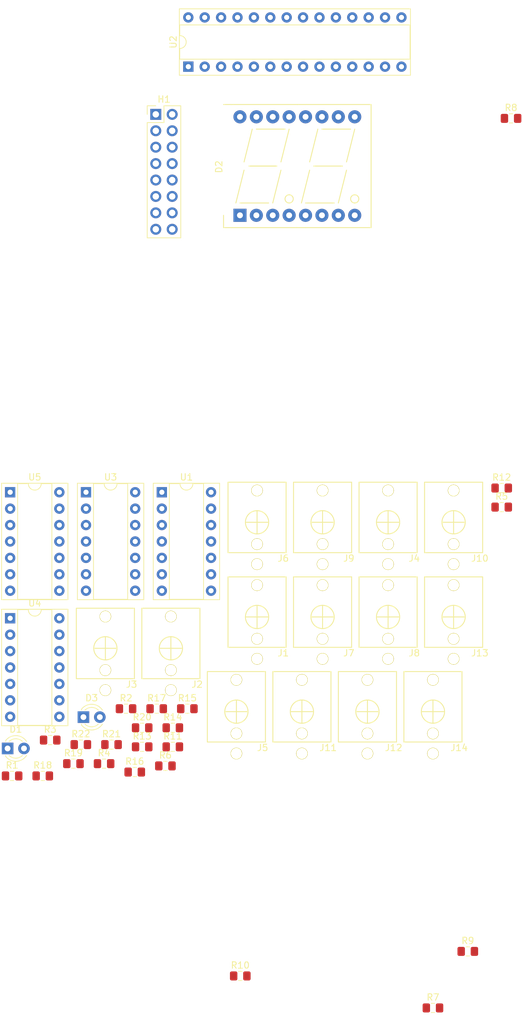
<source format=kicad_pcb>
(kicad_pcb (version 20171130) (host pcbnew "(5.1.2)-1")

  (general
    (thickness 1.6)
    (drawings 0)
    (tracks 0)
    (zones 0)
    (modules 45)
    (nets 75)
  )

  (page A4)
  (layers
    (0 F.Cu signal)
    (31 B.Cu signal)
    (32 B.Adhes user)
    (33 F.Adhes user)
    (34 B.Paste user)
    (35 F.Paste user)
    (36 B.SilkS user)
    (37 F.SilkS user)
    (38 B.Mask user)
    (39 F.Mask user)
    (40 Dwgs.User user)
    (41 Cmts.User user)
    (42 Eco1.User user)
    (43 Eco2.User user)
    (44 Edge.Cuts user)
    (45 Margin user)
    (46 B.CrtYd user)
    (47 F.CrtYd user)
    (48 B.Fab user)
    (49 F.Fab user)
  )

  (setup
    (last_trace_width 0.25)
    (trace_clearance 0.2)
    (zone_clearance 0.508)
    (zone_45_only no)
    (trace_min 0.2)
    (via_size 0.8)
    (via_drill 0.4)
    (via_min_size 0.4)
    (via_min_drill 0.3)
    (uvia_size 0.3)
    (uvia_drill 0.1)
    (uvias_allowed no)
    (uvia_min_size 0.2)
    (uvia_min_drill 0.1)
    (edge_width 0.05)
    (segment_width 0.2)
    (pcb_text_width 0.3)
    (pcb_text_size 1.5 1.5)
    (mod_edge_width 0.12)
    (mod_text_size 1 1)
    (mod_text_width 0.15)
    (pad_size 1.524 1.524)
    (pad_drill 0.762)
    (pad_to_mask_clearance 0.051)
    (solder_mask_min_width 0.25)
    (aux_axis_origin 0 0)
    (visible_elements 7FFFFFFF)
    (pcbplotparams
      (layerselection 0x010fc_ffffffff)
      (usegerberextensions false)
      (usegerberattributes false)
      (usegerberadvancedattributes false)
      (creategerberjobfile false)
      (excludeedgelayer true)
      (linewidth 0.100000)
      (plotframeref false)
      (viasonmask false)
      (mode 1)
      (useauxorigin false)
      (hpglpennumber 1)
      (hpglpenspeed 20)
      (hpglpendiameter 15.000000)
      (psnegative false)
      (psa4output false)
      (plotreference true)
      (plotvalue true)
      (plotinvisibletext false)
      (padsonsilk false)
      (subtractmaskfromsilk false)
      (outputformat 1)
      (mirror false)
      (drillshape 1)
      (scaleselection 1)
      (outputdirectory ""))
  )

  (net 0 "")
  (net 1 "Net-(D1-Pad2)")
  (net 2 "Net-(D1-Pad1)")
  (net 3 "Net-(D2-Pad9)")
  (net 4 Lf)
  (net 5 La)
  (net 6 "Net-(D2-Pad12)")
  (net 7 "Net-(D2-Pad8)")
  (net 8 Lb)
  (net 9 "Net-(D2-Pad6)")
  (net 10 Lg)
  (net 11 Lc)
  (net 12 "Net-(D2-Pad3)")
  (net 13 Ld)
  (net 14 Le)
  (net 15 "Net-(D3-Pad2)")
  (net 16 "Net-(D3-Pad1)")
  (net 17 5V)
  (net 18 GND)
  (net 19 SDC)
  (net 20 SDA)
  (net 21 "Net-(H1-Pad10)")
  (net 22 Tr9)
  (net 23 Tr8)
  (net 24 Tr7)
  (net 25 Tr6)
  (net 26 Tr5)
  (net 27 Tr4)
  (net 28 Tr3)
  (net 29 Tr2)
  (net 30 Tr1)
  (net 31 "Net-(J1-Pad3)")
  (net 32 "Net-(J2-Pad3)")
  (net 33 "Net-(J3-Pad3)")
  (net 34 "Net-(J4-Pad3)")
  (net 35 "Net-(J5-Pad3)")
  (net 36 "Net-(J6-Pad3)")
  (net 37 "Net-(J7-Pad3)")
  (net 38 "Net-(J8-Pad3)")
  (net 39 "Net-(J9-Pad3)")
  (net 40 "Net-(J10-Pad3)")
  (net 41 "Net-(J11-Pad3)")
  (net 42 "Net-(J12-Pad3)")
  (net 43 "Net-(J13-Pad3)")
  (net 44 "Net-(J14-Pad3)")
  (net 45 STr1)
  (net 46 "Net-(R4-Pad1)")
  (net 47 "Net-(R5-Pad1)")
  (net 48 "Net-(R6-Pad1)")
  (net 49 C1)
  (net 50 C2)
  (net 51 C3)
  (net 52 C4)
  (net 53 "Net-(R18-Pad1)")
  (net 54 "Net-(R19-Pad1)")
  (net 55 "Net-(R20-Pad1)")
  (net 56 "Net-(R3-Pad1)")
  (net 57 "Net-(R11-Pad1)")
  (net 58 "Net-(R12-Pad1)")
  (net 59 "Net-(R13-Pad1)")
  (net 60 "Net-(R16-Pad1)")
  (net 61 "Net-(R17-Pad1)")
  (net 62 "Net-(R21-Pad1)")
  (net 63 "Net-(R22-Pad1)")
  (net 64 "Net-(U2-Pad26)")
  (net 65 "Net-(U2-Pad25)")
  (net 66 "Net-(U2-Pad24)")
  (net 67 "Net-(U2-Pad10)")
  (net 68 "Net-(U2-Pad23)")
  (net 69 "Net-(U2-Pad9)")
  (net 70 "Net-(U2-Pad21)")
  (net 71 "Net-(U2-Pad19)")
  (net 72 "Net-(U2-Pad3)")
  (net 73 "Net-(U2-Pad2)")
  (net 74 "Net-(U2-Pad1)")

  (net_class Default "This is the default net class."
    (clearance 0.2)
    (trace_width 0.25)
    (via_dia 0.8)
    (via_drill 0.4)
    (uvia_dia 0.3)
    (uvia_drill 0.1)
    (add_net 5V)
    (add_net C1)
    (add_net C2)
    (add_net C3)
    (add_net C4)
    (add_net GND)
    (add_net La)
    (add_net Lb)
    (add_net Lc)
    (add_net Ld)
    (add_net Le)
    (add_net Lf)
    (add_net Lg)
    (add_net "Net-(D1-Pad1)")
    (add_net "Net-(D1-Pad2)")
    (add_net "Net-(D2-Pad12)")
    (add_net "Net-(D2-Pad3)")
    (add_net "Net-(D2-Pad6)")
    (add_net "Net-(D2-Pad8)")
    (add_net "Net-(D2-Pad9)")
    (add_net "Net-(D3-Pad1)")
    (add_net "Net-(D3-Pad2)")
    (add_net "Net-(H1-Pad10)")
    (add_net "Net-(J1-Pad3)")
    (add_net "Net-(J10-Pad3)")
    (add_net "Net-(J11-Pad3)")
    (add_net "Net-(J12-Pad3)")
    (add_net "Net-(J13-Pad3)")
    (add_net "Net-(J14-Pad3)")
    (add_net "Net-(J2-Pad3)")
    (add_net "Net-(J3-Pad3)")
    (add_net "Net-(J4-Pad3)")
    (add_net "Net-(J5-Pad3)")
    (add_net "Net-(J6-Pad3)")
    (add_net "Net-(J7-Pad3)")
    (add_net "Net-(J8-Pad3)")
    (add_net "Net-(J9-Pad3)")
    (add_net "Net-(R11-Pad1)")
    (add_net "Net-(R12-Pad1)")
    (add_net "Net-(R13-Pad1)")
    (add_net "Net-(R16-Pad1)")
    (add_net "Net-(R17-Pad1)")
    (add_net "Net-(R18-Pad1)")
    (add_net "Net-(R19-Pad1)")
    (add_net "Net-(R20-Pad1)")
    (add_net "Net-(R21-Pad1)")
    (add_net "Net-(R22-Pad1)")
    (add_net "Net-(R3-Pad1)")
    (add_net "Net-(R4-Pad1)")
    (add_net "Net-(R5-Pad1)")
    (add_net "Net-(R6-Pad1)")
    (add_net "Net-(U2-Pad1)")
    (add_net "Net-(U2-Pad10)")
    (add_net "Net-(U2-Pad19)")
    (add_net "Net-(U2-Pad2)")
    (add_net "Net-(U2-Pad21)")
    (add_net "Net-(U2-Pad23)")
    (add_net "Net-(U2-Pad24)")
    (add_net "Net-(U2-Pad25)")
    (add_net "Net-(U2-Pad26)")
    (add_net "Net-(U2-Pad3)")
    (add_net "Net-(U2-Pad9)")
    (add_net SDA)
    (add_net SDC)
    (add_net STr1)
    (add_net Tr1)
    (add_net Tr2)
    (add_net Tr3)
    (add_net Tr4)
    (add_net Tr5)
    (add_net Tr6)
    (add_net Tr7)
    (add_net Tr8)
    (add_net Tr9)
  )

  (module Package_DIP:DIP-14_W7.62mm_Socket (layer F.Cu) (tedit 5A02E8C5) (tstamp 5CCF65EC)
    (at 108.4 48.85)
    (descr "14-lead though-hole mounted DIP package, row spacing 7.62 mm (300 mils), Socket")
    (tags "THT DIP DIL PDIP 2.54mm 7.62mm 300mil Socket")
    (path /5D14EDD7)
    (fp_text reference U5 (at 3.81 -2.33) (layer F.SilkS)
      (effects (font (size 1 1) (thickness 0.15)))
    )
    (fp_text value TL074 (at 3.81 17.57) (layer F.Fab)
      (effects (font (size 1 1) (thickness 0.15)))
    )
    (fp_text user %R (at 3.81 7.62) (layer F.Fab)
      (effects (font (size 1 1) (thickness 0.15)))
    )
    (fp_line (start 9.15 -1.6) (end -1.55 -1.6) (layer F.CrtYd) (width 0.05))
    (fp_line (start 9.15 16.85) (end 9.15 -1.6) (layer F.CrtYd) (width 0.05))
    (fp_line (start -1.55 16.85) (end 9.15 16.85) (layer F.CrtYd) (width 0.05))
    (fp_line (start -1.55 -1.6) (end -1.55 16.85) (layer F.CrtYd) (width 0.05))
    (fp_line (start 8.95 -1.39) (end -1.33 -1.39) (layer F.SilkS) (width 0.12))
    (fp_line (start 8.95 16.63) (end 8.95 -1.39) (layer F.SilkS) (width 0.12))
    (fp_line (start -1.33 16.63) (end 8.95 16.63) (layer F.SilkS) (width 0.12))
    (fp_line (start -1.33 -1.39) (end -1.33 16.63) (layer F.SilkS) (width 0.12))
    (fp_line (start 6.46 -1.33) (end 4.81 -1.33) (layer F.SilkS) (width 0.12))
    (fp_line (start 6.46 16.57) (end 6.46 -1.33) (layer F.SilkS) (width 0.12))
    (fp_line (start 1.16 16.57) (end 6.46 16.57) (layer F.SilkS) (width 0.12))
    (fp_line (start 1.16 -1.33) (end 1.16 16.57) (layer F.SilkS) (width 0.12))
    (fp_line (start 2.81 -1.33) (end 1.16 -1.33) (layer F.SilkS) (width 0.12))
    (fp_line (start 8.89 -1.33) (end -1.27 -1.33) (layer F.Fab) (width 0.1))
    (fp_line (start 8.89 16.57) (end 8.89 -1.33) (layer F.Fab) (width 0.1))
    (fp_line (start -1.27 16.57) (end 8.89 16.57) (layer F.Fab) (width 0.1))
    (fp_line (start -1.27 -1.33) (end -1.27 16.57) (layer F.Fab) (width 0.1))
    (fp_line (start 0.635 -0.27) (end 1.635 -1.27) (layer F.Fab) (width 0.1))
    (fp_line (start 0.635 16.51) (end 0.635 -0.27) (layer F.Fab) (width 0.1))
    (fp_line (start 6.985 16.51) (end 0.635 16.51) (layer F.Fab) (width 0.1))
    (fp_line (start 6.985 -1.27) (end 6.985 16.51) (layer F.Fab) (width 0.1))
    (fp_line (start 1.635 -1.27) (end 6.985 -1.27) (layer F.Fab) (width 0.1))
    (fp_arc (start 3.81 -1.33) (end 2.81 -1.33) (angle -180) (layer F.SilkS) (width 0.12))
    (pad 14 thru_hole oval (at 7.62 0) (size 1.6 1.6) (drill 0.8) (layers *.Cu *.Mask)
      (net 63 "Net-(R22-Pad1)"))
    (pad 7 thru_hole oval (at 0 15.24) (size 1.6 1.6) (drill 0.8) (layers *.Cu *.Mask)
      (net 55 "Net-(R20-Pad1)"))
    (pad 13 thru_hole oval (at 7.62 2.54) (size 1.6 1.6) (drill 0.8) (layers *.Cu *.Mask)
      (net 63 "Net-(R22-Pad1)"))
    (pad 6 thru_hole oval (at 0 12.7) (size 1.6 1.6) (drill 0.8) (layers *.Cu *.Mask)
      (net 55 "Net-(R20-Pad1)"))
    (pad 12 thru_hole oval (at 7.62 5.08) (size 1.6 1.6) (drill 0.8) (layers *.Cu *.Mask)
      (net 45 STr1))
    (pad 5 thru_hole oval (at 0 10.16) (size 1.6 1.6) (drill 0.8) (layers *.Cu *.Mask)
      (net 45 STr1))
    (pad 11 thru_hole oval (at 7.62 7.62) (size 1.6 1.6) (drill 0.8) (layers *.Cu *.Mask)
      (net 18 GND))
    (pad 4 thru_hole oval (at 0 7.62) (size 1.6 1.6) (drill 0.8) (layers *.Cu *.Mask)
      (net 17 5V))
    (pad 10 thru_hole oval (at 7.62 10.16) (size 1.6 1.6) (drill 0.8) (layers *.Cu *.Mask)
      (net 45 STr1))
    (pad 3 thru_hole oval (at 0 5.08) (size 1.6 1.6) (drill 0.8) (layers *.Cu *.Mask)
      (net 45 STr1))
    (pad 9 thru_hole oval (at 7.62 12.7) (size 1.6 1.6) (drill 0.8) (layers *.Cu *.Mask)
      (net 62 "Net-(R21-Pad1)"))
    (pad 2 thru_hole oval (at 0 2.54) (size 1.6 1.6) (drill 0.8) (layers *.Cu *.Mask)
      (net 54 "Net-(R19-Pad1)"))
    (pad 8 thru_hole oval (at 7.62 15.24) (size 1.6 1.6) (drill 0.8) (layers *.Cu *.Mask)
      (net 62 "Net-(R21-Pad1)"))
    (pad 1 thru_hole rect (at 0 0) (size 1.6 1.6) (drill 0.8) (layers *.Cu *.Mask)
      (net 54 "Net-(R19-Pad1)"))
    (model ${KISYS3DMOD}/Package_DIP.3dshapes/DIP-14_W7.62mm_Socket.wrl
      (at (xyz 0 0 0))
      (scale (xyz 1 1 1))
      (rotate (xyz 0 0 0))
    )
  )

  (module Package_DIP:DIP-14_W7.62mm_Socket (layer F.Cu) (tedit 5A02E8C5) (tstamp 5CCF65C2)
    (at 108.4 68.35)
    (descr "14-lead though-hole mounted DIP package, row spacing 7.62 mm (300 mils), Socket")
    (tags "THT DIP DIL PDIP 2.54mm 7.62mm 300mil Socket")
    (path /5D14DB92)
    (fp_text reference U4 (at 3.81 -2.33) (layer F.SilkS)
      (effects (font (size 1 1) (thickness 0.15)))
    )
    (fp_text value TL074 (at 3.81 17.57) (layer F.Fab)
      (effects (font (size 1 1) (thickness 0.15)))
    )
    (fp_text user %R (at 3.81 7.62) (layer F.Fab)
      (effects (font (size 1 1) (thickness 0.15)))
    )
    (fp_line (start 9.15 -1.6) (end -1.55 -1.6) (layer F.CrtYd) (width 0.05))
    (fp_line (start 9.15 16.85) (end 9.15 -1.6) (layer F.CrtYd) (width 0.05))
    (fp_line (start -1.55 16.85) (end 9.15 16.85) (layer F.CrtYd) (width 0.05))
    (fp_line (start -1.55 -1.6) (end -1.55 16.85) (layer F.CrtYd) (width 0.05))
    (fp_line (start 8.95 -1.39) (end -1.33 -1.39) (layer F.SilkS) (width 0.12))
    (fp_line (start 8.95 16.63) (end 8.95 -1.39) (layer F.SilkS) (width 0.12))
    (fp_line (start -1.33 16.63) (end 8.95 16.63) (layer F.SilkS) (width 0.12))
    (fp_line (start -1.33 -1.39) (end -1.33 16.63) (layer F.SilkS) (width 0.12))
    (fp_line (start 6.46 -1.33) (end 4.81 -1.33) (layer F.SilkS) (width 0.12))
    (fp_line (start 6.46 16.57) (end 6.46 -1.33) (layer F.SilkS) (width 0.12))
    (fp_line (start 1.16 16.57) (end 6.46 16.57) (layer F.SilkS) (width 0.12))
    (fp_line (start 1.16 -1.33) (end 1.16 16.57) (layer F.SilkS) (width 0.12))
    (fp_line (start 2.81 -1.33) (end 1.16 -1.33) (layer F.SilkS) (width 0.12))
    (fp_line (start 8.89 -1.33) (end -1.27 -1.33) (layer F.Fab) (width 0.1))
    (fp_line (start 8.89 16.57) (end 8.89 -1.33) (layer F.Fab) (width 0.1))
    (fp_line (start -1.27 16.57) (end 8.89 16.57) (layer F.Fab) (width 0.1))
    (fp_line (start -1.27 -1.33) (end -1.27 16.57) (layer F.Fab) (width 0.1))
    (fp_line (start 0.635 -0.27) (end 1.635 -1.27) (layer F.Fab) (width 0.1))
    (fp_line (start 0.635 16.51) (end 0.635 -0.27) (layer F.Fab) (width 0.1))
    (fp_line (start 6.985 16.51) (end 0.635 16.51) (layer F.Fab) (width 0.1))
    (fp_line (start 6.985 -1.27) (end 6.985 16.51) (layer F.Fab) (width 0.1))
    (fp_line (start 1.635 -1.27) (end 6.985 -1.27) (layer F.Fab) (width 0.1))
    (fp_arc (start 3.81 -1.33) (end 2.81 -1.33) (angle -180) (layer F.SilkS) (width 0.12))
    (pad 14 thru_hole oval (at 7.62 0) (size 1.6 1.6) (drill 0.8) (layers *.Cu *.Mask)
      (net 53 "Net-(R18-Pad1)"))
    (pad 7 thru_hole oval (at 0 15.24) (size 1.6 1.6) (drill 0.8) (layers *.Cu *.Mask)
      (net 60 "Net-(R16-Pad1)"))
    (pad 13 thru_hole oval (at 7.62 2.54) (size 1.6 1.6) (drill 0.8) (layers *.Cu *.Mask)
      (net 53 "Net-(R18-Pad1)"))
    (pad 6 thru_hole oval (at 0 12.7) (size 1.6 1.6) (drill 0.8) (layers *.Cu *.Mask)
      (net 60 "Net-(R16-Pad1)"))
    (pad 12 thru_hole oval (at 7.62 5.08) (size 1.6 1.6) (drill 0.8) (layers *.Cu *.Mask)
      (net 45 STr1))
    (pad 5 thru_hole oval (at 0 10.16) (size 1.6 1.6) (drill 0.8) (layers *.Cu *.Mask)
      (net 45 STr1))
    (pad 11 thru_hole oval (at 7.62 7.62) (size 1.6 1.6) (drill 0.8) (layers *.Cu *.Mask)
      (net 18 GND))
    (pad 4 thru_hole oval (at 0 7.62) (size 1.6 1.6) (drill 0.8) (layers *.Cu *.Mask)
      (net 17 5V))
    (pad 10 thru_hole oval (at 7.62 10.16) (size 1.6 1.6) (drill 0.8) (layers *.Cu *.Mask)
      (net 45 STr1))
    (pad 3 thru_hole oval (at 0 5.08) (size 1.6 1.6) (drill 0.8) (layers *.Cu *.Mask)
      (net 45 STr1))
    (pad 9 thru_hole oval (at 7.62 12.7) (size 1.6 1.6) (drill 0.8) (layers *.Cu *.Mask)
      (net 61 "Net-(R17-Pad1)"))
    (pad 2 thru_hole oval (at 0 2.54) (size 1.6 1.6) (drill 0.8) (layers *.Cu *.Mask)
      (net 16 "Net-(D3-Pad1)"))
    (pad 8 thru_hole oval (at 7.62 15.24) (size 1.6 1.6) (drill 0.8) (layers *.Cu *.Mask)
      (net 61 "Net-(R17-Pad1)"))
    (pad 1 thru_hole rect (at 0 0) (size 1.6 1.6) (drill 0.8) (layers *.Cu *.Mask)
      (net 15 "Net-(D3-Pad2)"))
    (model ${KISYS3DMOD}/Package_DIP.3dshapes/DIP-14_W7.62mm_Socket.wrl
      (at (xyz 0 0 0))
      (scale (xyz 1 1 1))
      (rotate (xyz 0 0 0))
    )
  )

  (module Package_DIP:DIP-14_W7.62mm_Socket (layer F.Cu) (tedit 5A02E8C5) (tstamp 5CCF6598)
    (at 120.15 48.85)
    (descr "14-lead though-hole mounted DIP package, row spacing 7.62 mm (300 mils), Socket")
    (tags "THT DIP DIL PDIP 2.54mm 7.62mm 300mil Socket")
    (path /5CEF6261)
    (fp_text reference U3 (at 3.81 -2.33) (layer F.SilkS)
      (effects (font (size 1 1) (thickness 0.15)))
    )
    (fp_text value TL074 (at 3.81 17.57) (layer F.Fab)
      (effects (font (size 1 1) (thickness 0.15)))
    )
    (fp_text user %R (at 3.81 7.62) (layer F.Fab)
      (effects (font (size 1 1) (thickness 0.15)))
    )
    (fp_line (start 9.15 -1.6) (end -1.55 -1.6) (layer F.CrtYd) (width 0.05))
    (fp_line (start 9.15 16.85) (end 9.15 -1.6) (layer F.CrtYd) (width 0.05))
    (fp_line (start -1.55 16.85) (end 9.15 16.85) (layer F.CrtYd) (width 0.05))
    (fp_line (start -1.55 -1.6) (end -1.55 16.85) (layer F.CrtYd) (width 0.05))
    (fp_line (start 8.95 -1.39) (end -1.33 -1.39) (layer F.SilkS) (width 0.12))
    (fp_line (start 8.95 16.63) (end 8.95 -1.39) (layer F.SilkS) (width 0.12))
    (fp_line (start -1.33 16.63) (end 8.95 16.63) (layer F.SilkS) (width 0.12))
    (fp_line (start -1.33 -1.39) (end -1.33 16.63) (layer F.SilkS) (width 0.12))
    (fp_line (start 6.46 -1.33) (end 4.81 -1.33) (layer F.SilkS) (width 0.12))
    (fp_line (start 6.46 16.57) (end 6.46 -1.33) (layer F.SilkS) (width 0.12))
    (fp_line (start 1.16 16.57) (end 6.46 16.57) (layer F.SilkS) (width 0.12))
    (fp_line (start 1.16 -1.33) (end 1.16 16.57) (layer F.SilkS) (width 0.12))
    (fp_line (start 2.81 -1.33) (end 1.16 -1.33) (layer F.SilkS) (width 0.12))
    (fp_line (start 8.89 -1.33) (end -1.27 -1.33) (layer F.Fab) (width 0.1))
    (fp_line (start 8.89 16.57) (end 8.89 -1.33) (layer F.Fab) (width 0.1))
    (fp_line (start -1.27 16.57) (end 8.89 16.57) (layer F.Fab) (width 0.1))
    (fp_line (start -1.27 -1.33) (end -1.27 16.57) (layer F.Fab) (width 0.1))
    (fp_line (start 0.635 -0.27) (end 1.635 -1.27) (layer F.Fab) (width 0.1))
    (fp_line (start 0.635 16.51) (end 0.635 -0.27) (layer F.Fab) (width 0.1))
    (fp_line (start 6.985 16.51) (end 0.635 16.51) (layer F.Fab) (width 0.1))
    (fp_line (start 6.985 -1.27) (end 6.985 16.51) (layer F.Fab) (width 0.1))
    (fp_line (start 1.635 -1.27) (end 6.985 -1.27) (layer F.Fab) (width 0.1))
    (fp_arc (start 3.81 -1.33) (end 2.81 -1.33) (angle -180) (layer F.SilkS) (width 0.12))
    (pad 14 thru_hole oval (at 7.62 0) (size 1.6 1.6) (drill 0.8) (layers *.Cu *.Mask)
      (net 59 "Net-(R13-Pad1)"))
    (pad 7 thru_hole oval (at 0 15.24) (size 1.6 1.6) (drill 0.8) (layers *.Cu *.Mask)
      (net 57 "Net-(R11-Pad1)"))
    (pad 13 thru_hole oval (at 7.62 2.54) (size 1.6 1.6) (drill 0.8) (layers *.Cu *.Mask)
      (net 59 "Net-(R13-Pad1)"))
    (pad 6 thru_hole oval (at 0 12.7) (size 1.6 1.6) (drill 0.8) (layers *.Cu *.Mask)
      (net 57 "Net-(R11-Pad1)"))
    (pad 12 thru_hole oval (at 7.62 5.08) (size 1.6 1.6) (drill 0.8) (layers *.Cu *.Mask)
      (net 45 STr1))
    (pad 5 thru_hole oval (at 0 10.16) (size 1.6 1.6) (drill 0.8) (layers *.Cu *.Mask)
      (net 45 STr1))
    (pad 11 thru_hole oval (at 7.62 7.62) (size 1.6 1.6) (drill 0.8) (layers *.Cu *.Mask)
      (net 18 GND))
    (pad 4 thru_hole oval (at 0 7.62) (size 1.6 1.6) (drill 0.8) (layers *.Cu *.Mask)
      (net 17 5V))
    (pad 10 thru_hole oval (at 7.62 10.16) (size 1.6 1.6) (drill 0.8) (layers *.Cu *.Mask)
      (net 45 STr1))
    (pad 3 thru_hole oval (at 0 5.08) (size 1.6 1.6) (drill 0.8) (layers *.Cu *.Mask)
      (net 45 STr1))
    (pad 9 thru_hole oval (at 7.62 12.7) (size 1.6 1.6) (drill 0.8) (layers *.Cu *.Mask)
      (net 58 "Net-(R12-Pad1)"))
    (pad 2 thru_hole oval (at 0 2.54) (size 1.6 1.6) (drill 0.8) (layers *.Cu *.Mask)
      (net 48 "Net-(R6-Pad1)"))
    (pad 8 thru_hole oval (at 7.62 15.24) (size 1.6 1.6) (drill 0.8) (layers *.Cu *.Mask)
      (net 58 "Net-(R12-Pad1)"))
    (pad 1 thru_hole rect (at 0 0) (size 1.6 1.6) (drill 0.8) (layers *.Cu *.Mask)
      (net 48 "Net-(R6-Pad1)"))
    (model ${KISYS3DMOD}/Package_DIP.3dshapes/DIP-14_W7.62mm_Socket.wrl
      (at (xyz 0 0 0))
      (scale (xyz 1 1 1))
      (rotate (xyz 0 0 0))
    )
  )

  (module Package_DIP:DIP-14_W7.62mm_Socket (layer F.Cu) (tedit 5A02E8C5) (tstamp 5CCF6537)
    (at 131.9 48.85)
    (descr "14-lead though-hole mounted DIP package, row spacing 7.62 mm (300 mils), Socket")
    (tags "THT DIP DIL PDIP 2.54mm 7.62mm 300mil Socket")
    (path /5DBCE528)
    (fp_text reference U1 (at 3.81 -2.33) (layer F.SilkS)
      (effects (font (size 1 1) (thickness 0.15)))
    )
    (fp_text value TL074 (at 3.81 17.57) (layer F.Fab)
      (effects (font (size 1 1) (thickness 0.15)))
    )
    (fp_text user %R (at 3.81 7.62) (layer F.Fab)
      (effects (font (size 1 1) (thickness 0.15)))
    )
    (fp_line (start 9.15 -1.6) (end -1.55 -1.6) (layer F.CrtYd) (width 0.05))
    (fp_line (start 9.15 16.85) (end 9.15 -1.6) (layer F.CrtYd) (width 0.05))
    (fp_line (start -1.55 16.85) (end 9.15 16.85) (layer F.CrtYd) (width 0.05))
    (fp_line (start -1.55 -1.6) (end -1.55 16.85) (layer F.CrtYd) (width 0.05))
    (fp_line (start 8.95 -1.39) (end -1.33 -1.39) (layer F.SilkS) (width 0.12))
    (fp_line (start 8.95 16.63) (end 8.95 -1.39) (layer F.SilkS) (width 0.12))
    (fp_line (start -1.33 16.63) (end 8.95 16.63) (layer F.SilkS) (width 0.12))
    (fp_line (start -1.33 -1.39) (end -1.33 16.63) (layer F.SilkS) (width 0.12))
    (fp_line (start 6.46 -1.33) (end 4.81 -1.33) (layer F.SilkS) (width 0.12))
    (fp_line (start 6.46 16.57) (end 6.46 -1.33) (layer F.SilkS) (width 0.12))
    (fp_line (start 1.16 16.57) (end 6.46 16.57) (layer F.SilkS) (width 0.12))
    (fp_line (start 1.16 -1.33) (end 1.16 16.57) (layer F.SilkS) (width 0.12))
    (fp_line (start 2.81 -1.33) (end 1.16 -1.33) (layer F.SilkS) (width 0.12))
    (fp_line (start 8.89 -1.33) (end -1.27 -1.33) (layer F.Fab) (width 0.1))
    (fp_line (start 8.89 16.57) (end 8.89 -1.33) (layer F.Fab) (width 0.1))
    (fp_line (start -1.27 16.57) (end 8.89 16.57) (layer F.Fab) (width 0.1))
    (fp_line (start -1.27 -1.33) (end -1.27 16.57) (layer F.Fab) (width 0.1))
    (fp_line (start 0.635 -0.27) (end 1.635 -1.27) (layer F.Fab) (width 0.1))
    (fp_line (start 0.635 16.51) (end 0.635 -0.27) (layer F.Fab) (width 0.1))
    (fp_line (start 6.985 16.51) (end 0.635 16.51) (layer F.Fab) (width 0.1))
    (fp_line (start 6.985 -1.27) (end 6.985 16.51) (layer F.Fab) (width 0.1))
    (fp_line (start 1.635 -1.27) (end 6.985 -1.27) (layer F.Fab) (width 0.1))
    (fp_arc (start 3.81 -1.33) (end 2.81 -1.33) (angle -180) (layer F.SilkS) (width 0.12))
    (pad 14 thru_hole oval (at 7.62 0) (size 1.6 1.6) (drill 0.8) (layers *.Cu *.Mask)
      (net 47 "Net-(R5-Pad1)"))
    (pad 7 thru_hole oval (at 0 15.24) (size 1.6 1.6) (drill 0.8) (layers *.Cu *.Mask)
      (net 56 "Net-(R3-Pad1)"))
    (pad 13 thru_hole oval (at 7.62 2.54) (size 1.6 1.6) (drill 0.8) (layers *.Cu *.Mask)
      (net 47 "Net-(R5-Pad1)"))
    (pad 6 thru_hole oval (at 0 12.7) (size 1.6 1.6) (drill 0.8) (layers *.Cu *.Mask)
      (net 56 "Net-(R3-Pad1)"))
    (pad 12 thru_hole oval (at 7.62 5.08) (size 1.6 1.6) (drill 0.8) (layers *.Cu *.Mask)
      (net 45 STr1))
    (pad 5 thru_hole oval (at 0 10.16) (size 1.6 1.6) (drill 0.8) (layers *.Cu *.Mask)
      (net 45 STr1))
    (pad 11 thru_hole oval (at 7.62 7.62) (size 1.6 1.6) (drill 0.8) (layers *.Cu *.Mask)
      (net 18 GND))
    (pad 4 thru_hole oval (at 0 7.62) (size 1.6 1.6) (drill 0.8) (layers *.Cu *.Mask)
      (net 17 5V))
    (pad 10 thru_hole oval (at 7.62 10.16) (size 1.6 1.6) (drill 0.8) (layers *.Cu *.Mask)
      (net 45 STr1))
    (pad 3 thru_hole oval (at 0 5.08) (size 1.6 1.6) (drill 0.8) (layers *.Cu *.Mask)
      (net 45 STr1))
    (pad 9 thru_hole oval (at 7.62 12.7) (size 1.6 1.6) (drill 0.8) (layers *.Cu *.Mask)
      (net 46 "Net-(R4-Pad1)"))
    (pad 2 thru_hole oval (at 0 2.54) (size 1.6 1.6) (drill 0.8) (layers *.Cu *.Mask)
      (net 2 "Net-(D1-Pad1)"))
    (pad 8 thru_hole oval (at 7.62 15.24) (size 1.6 1.6) (drill 0.8) (layers *.Cu *.Mask)
      (net 46 "Net-(R4-Pad1)"))
    (pad 1 thru_hole rect (at 0 0) (size 1.6 1.6) (drill 0.8) (layers *.Cu *.Mask)
      (net 1 "Net-(D1-Pad2)"))
    (model ${KISYS3DMOD}/Package_DIP.3dshapes/DIP-14_W7.62mm_Socket.wrl
      (at (xyz 0 0 0))
      (scale (xyz 1 1 1))
      (rotate (xyz 0 0 0))
    )
  )

  (module Resistor_SMD:R_0805_2012Metric_Pad1.15x1.40mm_HandSolder (layer F.Cu) (tedit 5B36C52B) (tstamp 5CCF650D)
    (at 119.35 87.9)
    (descr "Resistor SMD 0805 (2012 Metric), square (rectangular) end terminal, IPC_7351 nominal with elongated pad for handsoldering. (Body size source: https://docs.google.com/spreadsheets/d/1BsfQQcO9C6DZCsRaXUlFlo91Tg2WpOkGARC1WS5S8t0/edit?usp=sharing), generated with kicad-footprint-generator")
    (tags "resistor handsolder")
    (path /5D24CD13)
    (attr smd)
    (fp_text reference R22 (at 0 -1.65) (layer F.SilkS)
      (effects (font (size 1 1) (thickness 0.15)))
    )
    (fp_text value 51 (at 0 1.65) (layer F.Fab)
      (effects (font (size 1 1) (thickness 0.15)))
    )
    (fp_text user %R (at 0 0) (layer F.Fab)
      (effects (font (size 0.5 0.5) (thickness 0.08)))
    )
    (fp_line (start 1.85 0.95) (end -1.85 0.95) (layer F.CrtYd) (width 0.05))
    (fp_line (start 1.85 -0.95) (end 1.85 0.95) (layer F.CrtYd) (width 0.05))
    (fp_line (start -1.85 -0.95) (end 1.85 -0.95) (layer F.CrtYd) (width 0.05))
    (fp_line (start -1.85 0.95) (end -1.85 -0.95) (layer F.CrtYd) (width 0.05))
    (fp_line (start -0.261252 0.71) (end 0.261252 0.71) (layer F.SilkS) (width 0.12))
    (fp_line (start -0.261252 -0.71) (end 0.261252 -0.71) (layer F.SilkS) (width 0.12))
    (fp_line (start 1 0.6) (end -1 0.6) (layer F.Fab) (width 0.1))
    (fp_line (start 1 -0.6) (end 1 0.6) (layer F.Fab) (width 0.1))
    (fp_line (start -1 -0.6) (end 1 -0.6) (layer F.Fab) (width 0.1))
    (fp_line (start -1 0.6) (end -1 -0.6) (layer F.Fab) (width 0.1))
    (pad 2 smd roundrect (at 1.025 0) (size 1.15 1.4) (layers F.Cu F.Paste F.Mask) (roundrect_rratio 0.217391)
      (net 44 "Net-(J14-Pad3)"))
    (pad 1 smd roundrect (at -1.025 0) (size 1.15 1.4) (layers F.Cu F.Paste F.Mask) (roundrect_rratio 0.217391)
      (net 63 "Net-(R22-Pad1)"))
    (model ${KISYS3DMOD}/Resistor_SMD.3dshapes/R_0805_2012Metric.wrl
      (at (xyz 0 0 0))
      (scale (xyz 1 1 1))
      (rotate (xyz 0 0 0))
    )
  )

  (module Resistor_SMD:R_0805_2012Metric_Pad1.15x1.40mm_HandSolder (layer F.Cu) (tedit 5B36C52B) (tstamp 5CCF64FC)
    (at 124.1 87.9)
    (descr "Resistor SMD 0805 (2012 Metric), square (rectangular) end terminal, IPC_7351 nominal with elongated pad for handsoldering. (Body size source: https://docs.google.com/spreadsheets/d/1BsfQQcO9C6DZCsRaXUlFlo91Tg2WpOkGARC1WS5S8t0/edit?usp=sharing), generated with kicad-footprint-generator")
    (tags "resistor handsolder")
    (path /5D24CD0D)
    (attr smd)
    (fp_text reference R21 (at 0 -1.65) (layer F.SilkS)
      (effects (font (size 1 1) (thickness 0.15)))
    )
    (fp_text value 51 (at 0 1.65) (layer F.Fab)
      (effects (font (size 1 1) (thickness 0.15)))
    )
    (fp_text user %R (at 0 0) (layer F.Fab)
      (effects (font (size 0.5 0.5) (thickness 0.08)))
    )
    (fp_line (start 1.85 0.95) (end -1.85 0.95) (layer F.CrtYd) (width 0.05))
    (fp_line (start 1.85 -0.95) (end 1.85 0.95) (layer F.CrtYd) (width 0.05))
    (fp_line (start -1.85 -0.95) (end 1.85 -0.95) (layer F.CrtYd) (width 0.05))
    (fp_line (start -1.85 0.95) (end -1.85 -0.95) (layer F.CrtYd) (width 0.05))
    (fp_line (start -0.261252 0.71) (end 0.261252 0.71) (layer F.SilkS) (width 0.12))
    (fp_line (start -0.261252 -0.71) (end 0.261252 -0.71) (layer F.SilkS) (width 0.12))
    (fp_line (start 1 0.6) (end -1 0.6) (layer F.Fab) (width 0.1))
    (fp_line (start 1 -0.6) (end 1 0.6) (layer F.Fab) (width 0.1))
    (fp_line (start -1 -0.6) (end 1 -0.6) (layer F.Fab) (width 0.1))
    (fp_line (start -1 0.6) (end -1 -0.6) (layer F.Fab) (width 0.1))
    (pad 2 smd roundrect (at 1.025 0) (size 1.15 1.4) (layers F.Cu F.Paste F.Mask) (roundrect_rratio 0.217391)
      (net 43 "Net-(J13-Pad3)"))
    (pad 1 smd roundrect (at -1.025 0) (size 1.15 1.4) (layers F.Cu F.Paste F.Mask) (roundrect_rratio 0.217391)
      (net 62 "Net-(R21-Pad1)"))
    (model ${KISYS3DMOD}/Resistor_SMD.3dshapes/R_0805_2012Metric.wrl
      (at (xyz 0 0 0))
      (scale (xyz 1 1 1))
      (rotate (xyz 0 0 0))
    )
  )

  (module Resistor_SMD:R_0805_2012Metric_Pad1.15x1.40mm_HandSolder (layer F.Cu) (tedit 5B36C52B) (tstamp 5CCF64EB)
    (at 128.85 85.3)
    (descr "Resistor SMD 0805 (2012 Metric), square (rectangular) end terminal, IPC_7351 nominal with elongated pad for handsoldering. (Body size source: https://docs.google.com/spreadsheets/d/1BsfQQcO9C6DZCsRaXUlFlo91Tg2WpOkGARC1WS5S8t0/edit?usp=sharing), generated with kicad-footprint-generator")
    (tags "resistor handsolder")
    (path /5D24CD07)
    (attr smd)
    (fp_text reference R20 (at 0 -1.65) (layer F.SilkS)
      (effects (font (size 1 1) (thickness 0.15)))
    )
    (fp_text value 51 (at 0 1.65) (layer F.Fab)
      (effects (font (size 1 1) (thickness 0.15)))
    )
    (fp_text user %R (at 0 0) (layer F.Fab)
      (effects (font (size 0.5 0.5) (thickness 0.08)))
    )
    (fp_line (start 1.85 0.95) (end -1.85 0.95) (layer F.CrtYd) (width 0.05))
    (fp_line (start 1.85 -0.95) (end 1.85 0.95) (layer F.CrtYd) (width 0.05))
    (fp_line (start -1.85 -0.95) (end 1.85 -0.95) (layer F.CrtYd) (width 0.05))
    (fp_line (start -1.85 0.95) (end -1.85 -0.95) (layer F.CrtYd) (width 0.05))
    (fp_line (start -0.261252 0.71) (end 0.261252 0.71) (layer F.SilkS) (width 0.12))
    (fp_line (start -0.261252 -0.71) (end 0.261252 -0.71) (layer F.SilkS) (width 0.12))
    (fp_line (start 1 0.6) (end -1 0.6) (layer F.Fab) (width 0.1))
    (fp_line (start 1 -0.6) (end 1 0.6) (layer F.Fab) (width 0.1))
    (fp_line (start -1 -0.6) (end 1 -0.6) (layer F.Fab) (width 0.1))
    (fp_line (start -1 0.6) (end -1 -0.6) (layer F.Fab) (width 0.1))
    (pad 2 smd roundrect (at 1.025 0) (size 1.15 1.4) (layers F.Cu F.Paste F.Mask) (roundrect_rratio 0.217391)
      (net 42 "Net-(J12-Pad3)"))
    (pad 1 smd roundrect (at -1.025 0) (size 1.15 1.4) (layers F.Cu F.Paste F.Mask) (roundrect_rratio 0.217391)
      (net 55 "Net-(R20-Pad1)"))
    (model ${KISYS3DMOD}/Resistor_SMD.3dshapes/R_0805_2012Metric.wrl
      (at (xyz 0 0 0))
      (scale (xyz 1 1 1))
      (rotate (xyz 0 0 0))
    )
  )

  (module Resistor_SMD:R_0805_2012Metric_Pad1.15x1.40mm_HandSolder (layer F.Cu) (tedit 5B36C52B) (tstamp 5CCF64DA)
    (at 118.2 90.85)
    (descr "Resistor SMD 0805 (2012 Metric), square (rectangular) end terminal, IPC_7351 nominal with elongated pad for handsoldering. (Body size source: https://docs.google.com/spreadsheets/d/1BsfQQcO9C6DZCsRaXUlFlo91Tg2WpOkGARC1WS5S8t0/edit?usp=sharing), generated with kicad-footprint-generator")
    (tags "resistor handsolder")
    (path /5D24CD28)
    (attr smd)
    (fp_text reference R19 (at 0 -1.65) (layer F.SilkS)
      (effects (font (size 1 1) (thickness 0.15)))
    )
    (fp_text value 51 (at 0 1.65) (layer F.Fab)
      (effects (font (size 1 1) (thickness 0.15)))
    )
    (fp_text user %R (at 0 0) (layer F.Fab)
      (effects (font (size 0.5 0.5) (thickness 0.08)))
    )
    (fp_line (start 1.85 0.95) (end -1.85 0.95) (layer F.CrtYd) (width 0.05))
    (fp_line (start 1.85 -0.95) (end 1.85 0.95) (layer F.CrtYd) (width 0.05))
    (fp_line (start -1.85 -0.95) (end 1.85 -0.95) (layer F.CrtYd) (width 0.05))
    (fp_line (start -1.85 0.95) (end -1.85 -0.95) (layer F.CrtYd) (width 0.05))
    (fp_line (start -0.261252 0.71) (end 0.261252 0.71) (layer F.SilkS) (width 0.12))
    (fp_line (start -0.261252 -0.71) (end 0.261252 -0.71) (layer F.SilkS) (width 0.12))
    (fp_line (start 1 0.6) (end -1 0.6) (layer F.Fab) (width 0.1))
    (fp_line (start 1 -0.6) (end 1 0.6) (layer F.Fab) (width 0.1))
    (fp_line (start -1 -0.6) (end 1 -0.6) (layer F.Fab) (width 0.1))
    (fp_line (start -1 0.6) (end -1 -0.6) (layer F.Fab) (width 0.1))
    (pad 2 smd roundrect (at 1.025 0) (size 1.15 1.4) (layers F.Cu F.Paste F.Mask) (roundrect_rratio 0.217391)
      (net 41 "Net-(J11-Pad3)"))
    (pad 1 smd roundrect (at -1.025 0) (size 1.15 1.4) (layers F.Cu F.Paste F.Mask) (roundrect_rratio 0.217391)
      (net 54 "Net-(R19-Pad1)"))
    (model ${KISYS3DMOD}/Resistor_SMD.3dshapes/R_0805_2012Metric.wrl
      (at (xyz 0 0 0))
      (scale (xyz 1 1 1))
      (rotate (xyz 0 0 0))
    )
  )

  (module Resistor_SMD:R_0805_2012Metric_Pad1.15x1.40mm_HandSolder (layer F.Cu) (tedit 5B36C52B) (tstamp 5CCF64C9)
    (at 113.45 92.75)
    (descr "Resistor SMD 0805 (2012 Metric), square (rectangular) end terminal, IPC_7351 nominal with elongated pad for handsoldering. (Body size source: https://docs.google.com/spreadsheets/d/1BsfQQcO9C6DZCsRaXUlFlo91Tg2WpOkGARC1WS5S8t0/edit?usp=sharing), generated with kicad-footprint-generator")
    (tags "resistor handsolder")
    (path /5D24CCD7)
    (attr smd)
    (fp_text reference R18 (at 0 -1.65) (layer F.SilkS)
      (effects (font (size 1 1) (thickness 0.15)))
    )
    (fp_text value 51 (at 0 1.65) (layer F.Fab)
      (effects (font (size 1 1) (thickness 0.15)))
    )
    (fp_text user %R (at 0 0) (layer F.Fab)
      (effects (font (size 0.5 0.5) (thickness 0.08)))
    )
    (fp_line (start 1.85 0.95) (end -1.85 0.95) (layer F.CrtYd) (width 0.05))
    (fp_line (start 1.85 -0.95) (end 1.85 0.95) (layer F.CrtYd) (width 0.05))
    (fp_line (start -1.85 -0.95) (end 1.85 -0.95) (layer F.CrtYd) (width 0.05))
    (fp_line (start -1.85 0.95) (end -1.85 -0.95) (layer F.CrtYd) (width 0.05))
    (fp_line (start -0.261252 0.71) (end 0.261252 0.71) (layer F.SilkS) (width 0.12))
    (fp_line (start -0.261252 -0.71) (end 0.261252 -0.71) (layer F.SilkS) (width 0.12))
    (fp_line (start 1 0.6) (end -1 0.6) (layer F.Fab) (width 0.1))
    (fp_line (start 1 -0.6) (end 1 0.6) (layer F.Fab) (width 0.1))
    (fp_line (start -1 -0.6) (end 1 -0.6) (layer F.Fab) (width 0.1))
    (fp_line (start -1 0.6) (end -1 -0.6) (layer F.Fab) (width 0.1))
    (pad 2 smd roundrect (at 1.025 0) (size 1.15 1.4) (layers F.Cu F.Paste F.Mask) (roundrect_rratio 0.217391)
      (net 40 "Net-(J10-Pad3)"))
    (pad 1 smd roundrect (at -1.025 0) (size 1.15 1.4) (layers F.Cu F.Paste F.Mask) (roundrect_rratio 0.217391)
      (net 53 "Net-(R18-Pad1)"))
    (model ${KISYS3DMOD}/Resistor_SMD.3dshapes/R_0805_2012Metric.wrl
      (at (xyz 0 0 0))
      (scale (xyz 1 1 1))
      (rotate (xyz 0 0 0))
    )
  )

  (module Resistor_SMD:R_0805_2012Metric_Pad1.15x1.40mm_HandSolder (layer F.Cu) (tedit 5B36C52B) (tstamp 5CCF64B8)
    (at 131.1 82.35)
    (descr "Resistor SMD 0805 (2012 Metric), square (rectangular) end terminal, IPC_7351 nominal with elongated pad for handsoldering. (Body size source: https://docs.google.com/spreadsheets/d/1BsfQQcO9C6DZCsRaXUlFlo91Tg2WpOkGARC1WS5S8t0/edit?usp=sharing), generated with kicad-footprint-generator")
    (tags "resistor handsolder")
    (path /5D24CCD1)
    (attr smd)
    (fp_text reference R17 (at 0 -1.65) (layer F.SilkS)
      (effects (font (size 1 1) (thickness 0.15)))
    )
    (fp_text value 51 (at 0 1.65) (layer F.Fab)
      (effects (font (size 1 1) (thickness 0.15)))
    )
    (fp_text user %R (at 0 0) (layer F.Fab)
      (effects (font (size 0.5 0.5) (thickness 0.08)))
    )
    (fp_line (start 1.85 0.95) (end -1.85 0.95) (layer F.CrtYd) (width 0.05))
    (fp_line (start 1.85 -0.95) (end 1.85 0.95) (layer F.CrtYd) (width 0.05))
    (fp_line (start -1.85 -0.95) (end 1.85 -0.95) (layer F.CrtYd) (width 0.05))
    (fp_line (start -1.85 0.95) (end -1.85 -0.95) (layer F.CrtYd) (width 0.05))
    (fp_line (start -0.261252 0.71) (end 0.261252 0.71) (layer F.SilkS) (width 0.12))
    (fp_line (start -0.261252 -0.71) (end 0.261252 -0.71) (layer F.SilkS) (width 0.12))
    (fp_line (start 1 0.6) (end -1 0.6) (layer F.Fab) (width 0.1))
    (fp_line (start 1 -0.6) (end 1 0.6) (layer F.Fab) (width 0.1))
    (fp_line (start -1 -0.6) (end 1 -0.6) (layer F.Fab) (width 0.1))
    (fp_line (start -1 0.6) (end -1 -0.6) (layer F.Fab) (width 0.1))
    (pad 2 smd roundrect (at 1.025 0) (size 1.15 1.4) (layers F.Cu F.Paste F.Mask) (roundrect_rratio 0.217391)
      (net 39 "Net-(J9-Pad3)"))
    (pad 1 smd roundrect (at -1.025 0) (size 1.15 1.4) (layers F.Cu F.Paste F.Mask) (roundrect_rratio 0.217391)
      (net 61 "Net-(R17-Pad1)"))
    (model ${KISYS3DMOD}/Resistor_SMD.3dshapes/R_0805_2012Metric.wrl
      (at (xyz 0 0 0))
      (scale (xyz 1 1 1))
      (rotate (xyz 0 0 0))
    )
  )

  (module Resistor_SMD:R_0805_2012Metric_Pad1.15x1.40mm_HandSolder (layer F.Cu) (tedit 5B36C52B) (tstamp 5CCF64A7)
    (at 127.7 92.15)
    (descr "Resistor SMD 0805 (2012 Metric), square (rectangular) end terminal, IPC_7351 nominal with elongated pad for handsoldering. (Body size source: https://docs.google.com/spreadsheets/d/1BsfQQcO9C6DZCsRaXUlFlo91Tg2WpOkGARC1WS5S8t0/edit?usp=sharing), generated with kicad-footprint-generator")
    (tags "resistor handsolder")
    (path /5D24CCCB)
    (attr smd)
    (fp_text reference R16 (at 0 -1.65) (layer F.SilkS)
      (effects (font (size 1 1) (thickness 0.15)))
    )
    (fp_text value 51 (at 0 1.65) (layer F.Fab)
      (effects (font (size 1 1) (thickness 0.15)))
    )
    (fp_text user %R (at 0 0) (layer F.Fab)
      (effects (font (size 0.5 0.5) (thickness 0.08)))
    )
    (fp_line (start 1.85 0.95) (end -1.85 0.95) (layer F.CrtYd) (width 0.05))
    (fp_line (start 1.85 -0.95) (end 1.85 0.95) (layer F.CrtYd) (width 0.05))
    (fp_line (start -1.85 -0.95) (end 1.85 -0.95) (layer F.CrtYd) (width 0.05))
    (fp_line (start -1.85 0.95) (end -1.85 -0.95) (layer F.CrtYd) (width 0.05))
    (fp_line (start -0.261252 0.71) (end 0.261252 0.71) (layer F.SilkS) (width 0.12))
    (fp_line (start -0.261252 -0.71) (end 0.261252 -0.71) (layer F.SilkS) (width 0.12))
    (fp_line (start 1 0.6) (end -1 0.6) (layer F.Fab) (width 0.1))
    (fp_line (start 1 -0.6) (end 1 0.6) (layer F.Fab) (width 0.1))
    (fp_line (start -1 -0.6) (end 1 -0.6) (layer F.Fab) (width 0.1))
    (fp_line (start -1 0.6) (end -1 -0.6) (layer F.Fab) (width 0.1))
    (pad 2 smd roundrect (at 1.025 0) (size 1.15 1.4) (layers F.Cu F.Paste F.Mask) (roundrect_rratio 0.217391)
      (net 38 "Net-(J8-Pad3)"))
    (pad 1 smd roundrect (at -1.025 0) (size 1.15 1.4) (layers F.Cu F.Paste F.Mask) (roundrect_rratio 0.217391)
      (net 60 "Net-(R16-Pad1)"))
    (model ${KISYS3DMOD}/Resistor_SMD.3dshapes/R_0805_2012Metric.wrl
      (at (xyz 0 0 0))
      (scale (xyz 1 1 1))
      (rotate (xyz 0 0 0))
    )
  )

  (module Resistor_SMD:R_0805_2012Metric_Pad1.15x1.40mm_HandSolder (layer F.Cu) (tedit 5B36C52B) (tstamp 5CCF6496)
    (at 135.85 82.35)
    (descr "Resistor SMD 0805 (2012 Metric), square (rectangular) end terminal, IPC_7351 nominal with elongated pad for handsoldering. (Body size source: https://docs.google.com/spreadsheets/d/1BsfQQcO9C6DZCsRaXUlFlo91Tg2WpOkGARC1WS5S8t0/edit?usp=sharing), generated with kicad-footprint-generator")
    (tags "resistor handsolder")
    (path /5D24CD47)
    (attr smd)
    (fp_text reference R15 (at 0 -1.65) (layer F.SilkS)
      (effects (font (size 1 1) (thickness 0.15)))
    )
    (fp_text value 10m (at 0 1.65) (layer F.Fab)
      (effects (font (size 1 1) (thickness 0.15)))
    )
    (fp_text user %R (at 0 0) (layer F.Fab)
      (effects (font (size 0.5 0.5) (thickness 0.08)))
    )
    (fp_line (start 1.85 0.95) (end -1.85 0.95) (layer F.CrtYd) (width 0.05))
    (fp_line (start 1.85 -0.95) (end 1.85 0.95) (layer F.CrtYd) (width 0.05))
    (fp_line (start -1.85 -0.95) (end 1.85 -0.95) (layer F.CrtYd) (width 0.05))
    (fp_line (start -1.85 0.95) (end -1.85 -0.95) (layer F.CrtYd) (width 0.05))
    (fp_line (start -0.261252 0.71) (end 0.261252 0.71) (layer F.SilkS) (width 0.12))
    (fp_line (start -0.261252 -0.71) (end 0.261252 -0.71) (layer F.SilkS) (width 0.12))
    (fp_line (start 1 0.6) (end -1 0.6) (layer F.Fab) (width 0.1))
    (fp_line (start 1 -0.6) (end 1 0.6) (layer F.Fab) (width 0.1))
    (fp_line (start -1 -0.6) (end 1 -0.6) (layer F.Fab) (width 0.1))
    (fp_line (start -1 0.6) (end -1 -0.6) (layer F.Fab) (width 0.1))
    (pad 2 smd roundrect (at 1.025 0) (size 1.15 1.4) (layers F.Cu F.Paste F.Mask) (roundrect_rratio 0.217391)
      (net 18 GND))
    (pad 1 smd roundrect (at -1.025 0) (size 1.15 1.4) (layers F.Cu F.Paste F.Mask) (roundrect_rratio 0.217391)
      (net 45 STr1))
    (model ${KISYS3DMOD}/Resistor_SMD.3dshapes/R_0805_2012Metric.wrl
      (at (xyz 0 0 0))
      (scale (xyz 1 1 1))
      (rotate (xyz 0 0 0))
    )
  )

  (module Resistor_SMD:R_0805_2012Metric_Pad1.15x1.40mm_HandSolder (layer F.Cu) (tedit 5B36C52B) (tstamp 5CCF6485)
    (at 133.6 85.3)
    (descr "Resistor SMD 0805 (2012 Metric), square (rectangular) end terminal, IPC_7351 nominal with elongated pad for handsoldering. (Body size source: https://docs.google.com/spreadsheets/d/1BsfQQcO9C6DZCsRaXUlFlo91Tg2WpOkGARC1WS5S8t0/edit?usp=sharing), generated with kicad-footprint-generator")
    (tags "resistor handsolder")
    (path /5D24CD41)
    (attr smd)
    (fp_text reference R14 (at 0 -1.65) (layer F.SilkS)
      (effects (font (size 1 1) (thickness 0.15)))
    )
    (fp_text value 1k (at 0 1.65) (layer F.Fab)
      (effects (font (size 1 1) (thickness 0.15)))
    )
    (fp_text user %R (at 0 0) (layer F.Fab)
      (effects (font (size 0.5 0.5) (thickness 0.08)))
    )
    (fp_line (start 1.85 0.95) (end -1.85 0.95) (layer F.CrtYd) (width 0.05))
    (fp_line (start 1.85 -0.95) (end 1.85 0.95) (layer F.CrtYd) (width 0.05))
    (fp_line (start -1.85 -0.95) (end 1.85 -0.95) (layer F.CrtYd) (width 0.05))
    (fp_line (start -1.85 0.95) (end -1.85 -0.95) (layer F.CrtYd) (width 0.05))
    (fp_line (start -0.261252 0.71) (end 0.261252 0.71) (layer F.SilkS) (width 0.12))
    (fp_line (start -0.261252 -0.71) (end 0.261252 -0.71) (layer F.SilkS) (width 0.12))
    (fp_line (start 1 0.6) (end -1 0.6) (layer F.Fab) (width 0.1))
    (fp_line (start 1 -0.6) (end 1 0.6) (layer F.Fab) (width 0.1))
    (fp_line (start -1 -0.6) (end 1 -0.6) (layer F.Fab) (width 0.1))
    (fp_line (start -1 0.6) (end -1 -0.6) (layer F.Fab) (width 0.1))
    (pad 2 smd roundrect (at 1.025 0) (size 1.15 1.4) (layers F.Cu F.Paste F.Mask) (roundrect_rratio 0.217391)
      (net 18 GND))
    (pad 1 smd roundrect (at -1.025 0) (size 1.15 1.4) (layers F.Cu F.Paste F.Mask) (roundrect_rratio 0.217391)
      (net 16 "Net-(D3-Pad1)"))
    (model ${KISYS3DMOD}/Resistor_SMD.3dshapes/R_0805_2012Metric.wrl
      (at (xyz 0 0 0))
      (scale (xyz 1 1 1))
      (rotate (xyz 0 0 0))
    )
  )

  (module Resistor_SMD:R_0805_2012Metric_Pad1.15x1.40mm_HandSolder (layer F.Cu) (tedit 5B36C52B) (tstamp 5CCF6474)
    (at 128.85 88.25)
    (descr "Resistor SMD 0805 (2012 Metric), square (rectangular) end terminal, IPC_7351 nominal with elongated pad for handsoldering. (Body size source: https://docs.google.com/spreadsheets/d/1BsfQQcO9C6DZCsRaXUlFlo91Tg2WpOkGARC1WS5S8t0/edit?usp=sharing), generated with kicad-footprint-generator")
    (tags "resistor handsolder")
    (path /5CF984B2)
    (attr smd)
    (fp_text reference R13 (at 0 -1.65) (layer F.SilkS)
      (effects (font (size 1 1) (thickness 0.15)))
    )
    (fp_text value 51 (at 0 1.65) (layer F.Fab)
      (effects (font (size 1 1) (thickness 0.15)))
    )
    (fp_text user %R (at 0 0) (layer F.Fab)
      (effects (font (size 0.5 0.5) (thickness 0.08)))
    )
    (fp_line (start 1.85 0.95) (end -1.85 0.95) (layer F.CrtYd) (width 0.05))
    (fp_line (start 1.85 -0.95) (end 1.85 0.95) (layer F.CrtYd) (width 0.05))
    (fp_line (start -1.85 -0.95) (end 1.85 -0.95) (layer F.CrtYd) (width 0.05))
    (fp_line (start -1.85 0.95) (end -1.85 -0.95) (layer F.CrtYd) (width 0.05))
    (fp_line (start -0.261252 0.71) (end 0.261252 0.71) (layer F.SilkS) (width 0.12))
    (fp_line (start -0.261252 -0.71) (end 0.261252 -0.71) (layer F.SilkS) (width 0.12))
    (fp_line (start 1 0.6) (end -1 0.6) (layer F.Fab) (width 0.1))
    (fp_line (start 1 -0.6) (end 1 0.6) (layer F.Fab) (width 0.1))
    (fp_line (start -1 -0.6) (end 1 -0.6) (layer F.Fab) (width 0.1))
    (fp_line (start -1 0.6) (end -1 -0.6) (layer F.Fab) (width 0.1))
    (pad 2 smd roundrect (at 1.025 0) (size 1.15 1.4) (layers F.Cu F.Paste F.Mask) (roundrect_rratio 0.217391)
      (net 37 "Net-(J7-Pad3)"))
    (pad 1 smd roundrect (at -1.025 0) (size 1.15 1.4) (layers F.Cu F.Paste F.Mask) (roundrect_rratio 0.217391)
      (net 59 "Net-(R13-Pad1)"))
    (model ${KISYS3DMOD}/Resistor_SMD.3dshapes/R_0805_2012Metric.wrl
      (at (xyz 0 0 0))
      (scale (xyz 1 1 1))
      (rotate (xyz 0 0 0))
    )
  )

  (module Resistor_SMD:R_0805_2012Metric_Pad1.15x1.40mm_HandSolder (layer F.Cu) (tedit 5B36C52B) (tstamp 5CCF6463)
    (at 184.55 48.2)
    (descr "Resistor SMD 0805 (2012 Metric), square (rectangular) end terminal, IPC_7351 nominal with elongated pad for handsoldering. (Body size source: https://docs.google.com/spreadsheets/d/1BsfQQcO9C6DZCsRaXUlFlo91Tg2WpOkGARC1WS5S8t0/edit?usp=sharing), generated with kicad-footprint-generator")
    (tags "resistor handsolder")
    (path /5CF984AC)
    (attr smd)
    (fp_text reference R12 (at 0 -1.65) (layer F.SilkS)
      (effects (font (size 1 1) (thickness 0.15)))
    )
    (fp_text value 51 (at 0 1.65) (layer F.Fab)
      (effects (font (size 1 1) (thickness 0.15)))
    )
    (fp_text user %R (at 0 0) (layer F.Fab)
      (effects (font (size 0.5 0.5) (thickness 0.08)))
    )
    (fp_line (start 1.85 0.95) (end -1.85 0.95) (layer F.CrtYd) (width 0.05))
    (fp_line (start 1.85 -0.95) (end 1.85 0.95) (layer F.CrtYd) (width 0.05))
    (fp_line (start -1.85 -0.95) (end 1.85 -0.95) (layer F.CrtYd) (width 0.05))
    (fp_line (start -1.85 0.95) (end -1.85 -0.95) (layer F.CrtYd) (width 0.05))
    (fp_line (start -0.261252 0.71) (end 0.261252 0.71) (layer F.SilkS) (width 0.12))
    (fp_line (start -0.261252 -0.71) (end 0.261252 -0.71) (layer F.SilkS) (width 0.12))
    (fp_line (start 1 0.6) (end -1 0.6) (layer F.Fab) (width 0.1))
    (fp_line (start 1 -0.6) (end 1 0.6) (layer F.Fab) (width 0.1))
    (fp_line (start -1 -0.6) (end 1 -0.6) (layer F.Fab) (width 0.1))
    (fp_line (start -1 0.6) (end -1 -0.6) (layer F.Fab) (width 0.1))
    (pad 2 smd roundrect (at 1.025 0) (size 1.15 1.4) (layers F.Cu F.Paste F.Mask) (roundrect_rratio 0.217391)
      (net 36 "Net-(J6-Pad3)"))
    (pad 1 smd roundrect (at -1.025 0) (size 1.15 1.4) (layers F.Cu F.Paste F.Mask) (roundrect_rratio 0.217391)
      (net 58 "Net-(R12-Pad1)"))
    (model ${KISYS3DMOD}/Resistor_SMD.3dshapes/R_0805_2012Metric.wrl
      (at (xyz 0 0 0))
      (scale (xyz 1 1 1))
      (rotate (xyz 0 0 0))
    )
  )

  (module Resistor_SMD:R_0805_2012Metric_Pad1.15x1.40mm_HandSolder (layer F.Cu) (tedit 5B36C52B) (tstamp 5CCF6452)
    (at 133.6 88.25)
    (descr "Resistor SMD 0805 (2012 Metric), square (rectangular) end terminal, IPC_7351 nominal with elongated pad for handsoldering. (Body size source: https://docs.google.com/spreadsheets/d/1BsfQQcO9C6DZCsRaXUlFlo91Tg2WpOkGARC1WS5S8t0/edit?usp=sharing), generated with kicad-footprint-generator")
    (tags "resistor handsolder")
    (path /5CF984A6)
    (attr smd)
    (fp_text reference R11 (at 0 -1.65) (layer F.SilkS)
      (effects (font (size 1 1) (thickness 0.15)))
    )
    (fp_text value 51 (at 0 1.65) (layer F.Fab)
      (effects (font (size 1 1) (thickness 0.15)))
    )
    (fp_text user %R (at 0 0) (layer F.Fab)
      (effects (font (size 0.5 0.5) (thickness 0.08)))
    )
    (fp_line (start 1.85 0.95) (end -1.85 0.95) (layer F.CrtYd) (width 0.05))
    (fp_line (start 1.85 -0.95) (end 1.85 0.95) (layer F.CrtYd) (width 0.05))
    (fp_line (start -1.85 -0.95) (end 1.85 -0.95) (layer F.CrtYd) (width 0.05))
    (fp_line (start -1.85 0.95) (end -1.85 -0.95) (layer F.CrtYd) (width 0.05))
    (fp_line (start -0.261252 0.71) (end 0.261252 0.71) (layer F.SilkS) (width 0.12))
    (fp_line (start -0.261252 -0.71) (end 0.261252 -0.71) (layer F.SilkS) (width 0.12))
    (fp_line (start 1 0.6) (end -1 0.6) (layer F.Fab) (width 0.1))
    (fp_line (start 1 -0.6) (end 1 0.6) (layer F.Fab) (width 0.1))
    (fp_line (start -1 -0.6) (end 1 -0.6) (layer F.Fab) (width 0.1))
    (fp_line (start -1 0.6) (end -1 -0.6) (layer F.Fab) (width 0.1))
    (pad 2 smd roundrect (at 1.025 0) (size 1.15 1.4) (layers F.Cu F.Paste F.Mask) (roundrect_rratio 0.217391)
      (net 35 "Net-(J5-Pad3)"))
    (pad 1 smd roundrect (at -1.025 0) (size 1.15 1.4) (layers F.Cu F.Paste F.Mask) (roundrect_rratio 0.217391)
      (net 57 "Net-(R11-Pad1)"))
    (model ${KISYS3DMOD}/Resistor_SMD.3dshapes/R_0805_2012Metric.wrl
      (at (xyz 0 0 0))
      (scale (xyz 1 1 1))
      (rotate (xyz 0 0 0))
    )
  )

  (module Resistor_SMD:R_0805_2012Metric_Pad1.15x1.40mm_HandSolder (layer F.Cu) (tedit 5B36C52B) (tstamp 5CCF6401)
    (at 132.45 91.2)
    (descr "Resistor SMD 0805 (2012 Metric), square (rectangular) end terminal, IPC_7351 nominal with elongated pad for handsoldering. (Body size source: https://docs.google.com/spreadsheets/d/1BsfQQcO9C6DZCsRaXUlFlo91Tg2WpOkGARC1WS5S8t0/edit?usp=sharing), generated with kicad-footprint-generator")
    (tags "resistor handsolder")
    (path /5CF99AAF)
    (attr smd)
    (fp_text reference R6 (at 0 -1.65) (layer F.SilkS)
      (effects (font (size 1 1) (thickness 0.15)))
    )
    (fp_text value 51 (at 0 1.65) (layer F.Fab)
      (effects (font (size 1 1) (thickness 0.15)))
    )
    (fp_text user %R (at 0 0) (layer F.Fab)
      (effects (font (size 0.5 0.5) (thickness 0.08)))
    )
    (fp_line (start 1.85 0.95) (end -1.85 0.95) (layer F.CrtYd) (width 0.05))
    (fp_line (start 1.85 -0.95) (end 1.85 0.95) (layer F.CrtYd) (width 0.05))
    (fp_line (start -1.85 -0.95) (end 1.85 -0.95) (layer F.CrtYd) (width 0.05))
    (fp_line (start -1.85 0.95) (end -1.85 -0.95) (layer F.CrtYd) (width 0.05))
    (fp_line (start -0.261252 0.71) (end 0.261252 0.71) (layer F.SilkS) (width 0.12))
    (fp_line (start -0.261252 -0.71) (end 0.261252 -0.71) (layer F.SilkS) (width 0.12))
    (fp_line (start 1 0.6) (end -1 0.6) (layer F.Fab) (width 0.1))
    (fp_line (start 1 -0.6) (end 1 0.6) (layer F.Fab) (width 0.1))
    (fp_line (start -1 -0.6) (end 1 -0.6) (layer F.Fab) (width 0.1))
    (fp_line (start -1 0.6) (end -1 -0.6) (layer F.Fab) (width 0.1))
    (pad 2 smd roundrect (at 1.025 0) (size 1.15 1.4) (layers F.Cu F.Paste F.Mask) (roundrect_rratio 0.217391)
      (net 34 "Net-(J4-Pad3)"))
    (pad 1 smd roundrect (at -1.025 0) (size 1.15 1.4) (layers F.Cu F.Paste F.Mask) (roundrect_rratio 0.217391)
      (net 48 "Net-(R6-Pad1)"))
    (model ${KISYS3DMOD}/Resistor_SMD.3dshapes/R_0805_2012Metric.wrl
      (at (xyz 0 0 0))
      (scale (xyz 1 1 1))
      (rotate (xyz 0 0 0))
    )
  )

  (module Resistor_SMD:R_0805_2012Metric_Pad1.15x1.40mm_HandSolder (layer F.Cu) (tedit 5B36C52B) (tstamp 5CCF63F0)
    (at 184.55 51.15)
    (descr "Resistor SMD 0805 (2012 Metric), square (rectangular) end terminal, IPC_7351 nominal with elongated pad for handsoldering. (Body size source: https://docs.google.com/spreadsheets/d/1BsfQQcO9C6DZCsRaXUlFlo91Tg2WpOkGARC1WS5S8t0/edit?usp=sharing), generated with kicad-footprint-generator")
    (tags "resistor handsolder")
    (path /5CF08FD2)
    (attr smd)
    (fp_text reference R5 (at 0 -1.65) (layer F.SilkS)
      (effects (font (size 1 1) (thickness 0.15)))
    )
    (fp_text value 51 (at 0 1.65) (layer F.Fab)
      (effects (font (size 1 1) (thickness 0.15)))
    )
    (fp_text user %R (at 0 0) (layer F.Fab)
      (effects (font (size 0.5 0.5) (thickness 0.08)))
    )
    (fp_line (start 1.85 0.95) (end -1.85 0.95) (layer F.CrtYd) (width 0.05))
    (fp_line (start 1.85 -0.95) (end 1.85 0.95) (layer F.CrtYd) (width 0.05))
    (fp_line (start -1.85 -0.95) (end 1.85 -0.95) (layer F.CrtYd) (width 0.05))
    (fp_line (start -1.85 0.95) (end -1.85 -0.95) (layer F.CrtYd) (width 0.05))
    (fp_line (start -0.261252 0.71) (end 0.261252 0.71) (layer F.SilkS) (width 0.12))
    (fp_line (start -0.261252 -0.71) (end 0.261252 -0.71) (layer F.SilkS) (width 0.12))
    (fp_line (start 1 0.6) (end -1 0.6) (layer F.Fab) (width 0.1))
    (fp_line (start 1 -0.6) (end 1 0.6) (layer F.Fab) (width 0.1))
    (fp_line (start -1 -0.6) (end 1 -0.6) (layer F.Fab) (width 0.1))
    (fp_line (start -1 0.6) (end -1 -0.6) (layer F.Fab) (width 0.1))
    (pad 2 smd roundrect (at 1.025 0) (size 1.15 1.4) (layers F.Cu F.Paste F.Mask) (roundrect_rratio 0.217391)
      (net 33 "Net-(J3-Pad3)"))
    (pad 1 smd roundrect (at -1.025 0) (size 1.15 1.4) (layers F.Cu F.Paste F.Mask) (roundrect_rratio 0.217391)
      (net 47 "Net-(R5-Pad1)"))
    (model ${KISYS3DMOD}/Resistor_SMD.3dshapes/R_0805_2012Metric.wrl
      (at (xyz 0 0 0))
      (scale (xyz 1 1 1))
      (rotate (xyz 0 0 0))
    )
  )

  (module Resistor_SMD:R_0805_2012Metric_Pad1.15x1.40mm_HandSolder (layer F.Cu) (tedit 5B36C52B) (tstamp 5CCF63DF)
    (at 122.95 90.85)
    (descr "Resistor SMD 0805 (2012 Metric), square (rectangular) end terminal, IPC_7351 nominal with elongated pad for handsoldering. (Body size source: https://docs.google.com/spreadsheets/d/1BsfQQcO9C6DZCsRaXUlFlo91Tg2WpOkGARC1WS5S8t0/edit?usp=sharing), generated with kicad-footprint-generator")
    (tags "resistor handsolder")
    (path /5CF0887B)
    (attr smd)
    (fp_text reference R4 (at 0 -1.65) (layer F.SilkS)
      (effects (font (size 1 1) (thickness 0.15)))
    )
    (fp_text value 51 (at 0 1.65) (layer F.Fab)
      (effects (font (size 1 1) (thickness 0.15)))
    )
    (fp_text user %R (at 0 0) (layer F.Fab)
      (effects (font (size 0.5 0.5) (thickness 0.08)))
    )
    (fp_line (start 1.85 0.95) (end -1.85 0.95) (layer F.CrtYd) (width 0.05))
    (fp_line (start 1.85 -0.95) (end 1.85 0.95) (layer F.CrtYd) (width 0.05))
    (fp_line (start -1.85 -0.95) (end 1.85 -0.95) (layer F.CrtYd) (width 0.05))
    (fp_line (start -1.85 0.95) (end -1.85 -0.95) (layer F.CrtYd) (width 0.05))
    (fp_line (start -0.261252 0.71) (end 0.261252 0.71) (layer F.SilkS) (width 0.12))
    (fp_line (start -0.261252 -0.71) (end 0.261252 -0.71) (layer F.SilkS) (width 0.12))
    (fp_line (start 1 0.6) (end -1 0.6) (layer F.Fab) (width 0.1))
    (fp_line (start 1 -0.6) (end 1 0.6) (layer F.Fab) (width 0.1))
    (fp_line (start -1 -0.6) (end 1 -0.6) (layer F.Fab) (width 0.1))
    (fp_line (start -1 0.6) (end -1 -0.6) (layer F.Fab) (width 0.1))
    (pad 2 smd roundrect (at 1.025 0) (size 1.15 1.4) (layers F.Cu F.Paste F.Mask) (roundrect_rratio 0.217391)
      (net 32 "Net-(J2-Pad3)"))
    (pad 1 smd roundrect (at -1.025 0) (size 1.15 1.4) (layers F.Cu F.Paste F.Mask) (roundrect_rratio 0.217391)
      (net 46 "Net-(R4-Pad1)"))
    (model ${KISYS3DMOD}/Resistor_SMD.3dshapes/R_0805_2012Metric.wrl
      (at (xyz 0 0 0))
      (scale (xyz 1 1 1))
      (rotate (xyz 0 0 0))
    )
  )

  (module Resistor_SMD:R_0805_2012Metric_Pad1.15x1.40mm_HandSolder (layer F.Cu) (tedit 5B36C52B) (tstamp 5CCF63CE)
    (at 114.6 87.2)
    (descr "Resistor SMD 0805 (2012 Metric), square (rectangular) end terminal, IPC_7351 nominal with elongated pad for handsoldering. (Body size source: https://docs.google.com/spreadsheets/d/1BsfQQcO9C6DZCsRaXUlFlo91Tg2WpOkGARC1WS5S8t0/edit?usp=sharing), generated with kicad-footprint-generator")
    (tags "resistor handsolder")
    (path /5CF07B5C)
    (attr smd)
    (fp_text reference R3 (at 0 -1.65) (layer F.SilkS)
      (effects (font (size 1 1) (thickness 0.15)))
    )
    (fp_text value 51 (at 0 1.65) (layer F.Fab)
      (effects (font (size 1 1) (thickness 0.15)))
    )
    (fp_text user %R (at 0 0) (layer F.Fab)
      (effects (font (size 0.5 0.5) (thickness 0.08)))
    )
    (fp_line (start 1.85 0.95) (end -1.85 0.95) (layer F.CrtYd) (width 0.05))
    (fp_line (start 1.85 -0.95) (end 1.85 0.95) (layer F.CrtYd) (width 0.05))
    (fp_line (start -1.85 -0.95) (end 1.85 -0.95) (layer F.CrtYd) (width 0.05))
    (fp_line (start -1.85 0.95) (end -1.85 -0.95) (layer F.CrtYd) (width 0.05))
    (fp_line (start -0.261252 0.71) (end 0.261252 0.71) (layer F.SilkS) (width 0.12))
    (fp_line (start -0.261252 -0.71) (end 0.261252 -0.71) (layer F.SilkS) (width 0.12))
    (fp_line (start 1 0.6) (end -1 0.6) (layer F.Fab) (width 0.1))
    (fp_line (start 1 -0.6) (end 1 0.6) (layer F.Fab) (width 0.1))
    (fp_line (start -1 -0.6) (end 1 -0.6) (layer F.Fab) (width 0.1))
    (fp_line (start -1 0.6) (end -1 -0.6) (layer F.Fab) (width 0.1))
    (pad 2 smd roundrect (at 1.025 0) (size 1.15 1.4) (layers F.Cu F.Paste F.Mask) (roundrect_rratio 0.217391)
      (net 31 "Net-(J1-Pad3)"))
    (pad 1 smd roundrect (at -1.025 0) (size 1.15 1.4) (layers F.Cu F.Paste F.Mask) (roundrect_rratio 0.217391)
      (net 56 "Net-(R3-Pad1)"))
    (model ${KISYS3DMOD}/Resistor_SMD.3dshapes/R_0805_2012Metric.wrl
      (at (xyz 0 0 0))
      (scale (xyz 1 1 1))
      (rotate (xyz 0 0 0))
    )
  )

  (module Resistor_SMD:R_0805_2012Metric_Pad1.15x1.40mm_HandSolder (layer F.Cu) (tedit 5B36C52B) (tstamp 5CCF63BD)
    (at 126.35 82.35)
    (descr "Resistor SMD 0805 (2012 Metric), square (rectangular) end terminal, IPC_7351 nominal with elongated pad for handsoldering. (Body size source: https://docs.google.com/spreadsheets/d/1BsfQQcO9C6DZCsRaXUlFlo91Tg2WpOkGARC1WS5S8t0/edit?usp=sharing), generated with kicad-footprint-generator")
    (tags "resistor handsolder")
    (path /5D036625)
    (attr smd)
    (fp_text reference R2 (at 0 -1.65) (layer F.SilkS)
      (effects (font (size 1 1) (thickness 0.15)))
    )
    (fp_text value 10m (at 0 1.65) (layer F.Fab)
      (effects (font (size 1 1) (thickness 0.15)))
    )
    (fp_text user %R (at 0 0) (layer F.Fab)
      (effects (font (size 0.5 0.5) (thickness 0.08)))
    )
    (fp_line (start 1.85 0.95) (end -1.85 0.95) (layer F.CrtYd) (width 0.05))
    (fp_line (start 1.85 -0.95) (end 1.85 0.95) (layer F.CrtYd) (width 0.05))
    (fp_line (start -1.85 -0.95) (end 1.85 -0.95) (layer F.CrtYd) (width 0.05))
    (fp_line (start -1.85 0.95) (end -1.85 -0.95) (layer F.CrtYd) (width 0.05))
    (fp_line (start -0.261252 0.71) (end 0.261252 0.71) (layer F.SilkS) (width 0.12))
    (fp_line (start -0.261252 -0.71) (end 0.261252 -0.71) (layer F.SilkS) (width 0.12))
    (fp_line (start 1 0.6) (end -1 0.6) (layer F.Fab) (width 0.1))
    (fp_line (start 1 -0.6) (end 1 0.6) (layer F.Fab) (width 0.1))
    (fp_line (start -1 -0.6) (end 1 -0.6) (layer F.Fab) (width 0.1))
    (fp_line (start -1 0.6) (end -1 -0.6) (layer F.Fab) (width 0.1))
    (pad 2 smd roundrect (at 1.025 0) (size 1.15 1.4) (layers F.Cu F.Paste F.Mask) (roundrect_rratio 0.217391)
      (net 18 GND))
    (pad 1 smd roundrect (at -1.025 0) (size 1.15 1.4) (layers F.Cu F.Paste F.Mask) (roundrect_rratio 0.217391)
      (net 45 STr1))
    (model ${KISYS3DMOD}/Resistor_SMD.3dshapes/R_0805_2012Metric.wrl
      (at (xyz 0 0 0))
      (scale (xyz 1 1 1))
      (rotate (xyz 0 0 0))
    )
  )

  (module Resistor_SMD:R_0805_2012Metric_Pad1.15x1.40mm_HandSolder (layer F.Cu) (tedit 5B36C52B) (tstamp 5CCF63AC)
    (at 108.7 92.75)
    (descr "Resistor SMD 0805 (2012 Metric), square (rectangular) end terminal, IPC_7351 nominal with elongated pad for handsoldering. (Body size source: https://docs.google.com/spreadsheets/d/1BsfQQcO9C6DZCsRaXUlFlo91Tg2WpOkGARC1WS5S8t0/edit?usp=sharing), generated with kicad-footprint-generator")
    (tags "resistor handsolder")
    (path /5D033299)
    (attr smd)
    (fp_text reference R1 (at 0 -1.65) (layer F.SilkS)
      (effects (font (size 1 1) (thickness 0.15)))
    )
    (fp_text value 1k (at 0 1.65) (layer F.Fab)
      (effects (font (size 1 1) (thickness 0.15)))
    )
    (fp_text user %R (at 0 0) (layer F.Fab)
      (effects (font (size 0.5 0.5) (thickness 0.08)))
    )
    (fp_line (start 1.85 0.95) (end -1.85 0.95) (layer F.CrtYd) (width 0.05))
    (fp_line (start 1.85 -0.95) (end 1.85 0.95) (layer F.CrtYd) (width 0.05))
    (fp_line (start -1.85 -0.95) (end 1.85 -0.95) (layer F.CrtYd) (width 0.05))
    (fp_line (start -1.85 0.95) (end -1.85 -0.95) (layer F.CrtYd) (width 0.05))
    (fp_line (start -0.261252 0.71) (end 0.261252 0.71) (layer F.SilkS) (width 0.12))
    (fp_line (start -0.261252 -0.71) (end 0.261252 -0.71) (layer F.SilkS) (width 0.12))
    (fp_line (start 1 0.6) (end -1 0.6) (layer F.Fab) (width 0.1))
    (fp_line (start 1 -0.6) (end 1 0.6) (layer F.Fab) (width 0.1))
    (fp_line (start -1 -0.6) (end 1 -0.6) (layer F.Fab) (width 0.1))
    (fp_line (start -1 0.6) (end -1 -0.6) (layer F.Fab) (width 0.1))
    (pad 2 smd roundrect (at 1.025 0) (size 1.15 1.4) (layers F.Cu F.Paste F.Mask) (roundrect_rratio 0.217391)
      (net 18 GND))
    (pad 1 smd roundrect (at -1.025 0) (size 1.15 1.4) (layers F.Cu F.Paste F.Mask) (roundrect_rratio 0.217391)
      (net 2 "Net-(D1-Pad1)"))
    (model ${KISYS3DMOD}/Resistor_SMD.3dshapes/R_0805_2012Metric.wrl
      (at (xyz 0 0 0))
      (scale (xyz 1 1 1))
      (rotate (xyz 0 0 0))
    )
  )

  (module eurorack:PJ301M-12 (layer F.Cu) (tedit 5819F691) (tstamp 5CCF639B)
    (at 173.9 82.8)
    (path /5D24CD7E)
    (fp_text reference J14 (at 4.064 5.588) (layer F.SilkS)
      (effects (font (size 1 1) (thickness 0.15)))
    )
    (fp_text value PJ301M-12 (at 0 -7.112) (layer F.Fab)
      (effects (font (size 1 1) (thickness 0.15)))
    )
    (fp_line (start -4.5 -6.2) (end 4.5 -6.2) (layer F.SilkS) (width 0.15))
    (fp_line (start -4.5 4.7) (end 4.5 4.7) (layer F.SilkS) (width 0.15))
    (fp_line (start -4.5 -6.2) (end -4.5 4.7) (layer F.SilkS) (width 0.15))
    (fp_line (start 4.5 -6.2) (end 4.5 4.7) (layer F.SilkS) (width 0.15))
    (fp_circle (center 0 0) (end 1.8 0) (layer F.SilkS) (width 0.15))
    (fp_line (start 0 -1.8) (end 0 1.8) (layer F.SilkS) (width 0.15))
    (fp_line (start -1.8 0) (end 1.8 0) (layer F.SilkS) (width 0.15))
    (pad 3 thru_hole circle (at 0 -4.92) (size 1.8 1.8) (drill 1.6) (layers *.Cu *.Mask F.SilkS)
      (net 44 "Net-(J14-Pad3)"))
    (pad 1 thru_hole circle (at 0 6.48) (size 1.8 1.8) (drill 1.6) (layers *.Cu *.Mask F.SilkS)
      (net 18 GND))
    (pad 2 thru_hole circle (at 0 3.38) (size 1.8 1.8) (drill 1.6) (layers *.Cu *.Mask F.SilkS)
      (net 18 GND))
  )

  (module eurorack:PJ301M-12 (layer F.Cu) (tedit 5819F691) (tstamp 5CCF638D)
    (at 177.1 68.15)
    (path /5D24CD76)
    (fp_text reference J13 (at 4.064 5.588) (layer F.SilkS)
      (effects (font (size 1 1) (thickness 0.15)))
    )
    (fp_text value PJ301M-12 (at 0 -7.112) (layer F.Fab)
      (effects (font (size 1 1) (thickness 0.15)))
    )
    (fp_line (start -4.5 -6.2) (end 4.5 -6.2) (layer F.SilkS) (width 0.15))
    (fp_line (start -4.5 4.7) (end 4.5 4.7) (layer F.SilkS) (width 0.15))
    (fp_line (start -4.5 -6.2) (end -4.5 4.7) (layer F.SilkS) (width 0.15))
    (fp_line (start 4.5 -6.2) (end 4.5 4.7) (layer F.SilkS) (width 0.15))
    (fp_circle (center 0 0) (end 1.8 0) (layer F.SilkS) (width 0.15))
    (fp_line (start 0 -1.8) (end 0 1.8) (layer F.SilkS) (width 0.15))
    (fp_line (start -1.8 0) (end 1.8 0) (layer F.SilkS) (width 0.15))
    (pad 3 thru_hole circle (at 0 -4.92) (size 1.8 1.8) (drill 1.6) (layers *.Cu *.Mask F.SilkS)
      (net 43 "Net-(J13-Pad3)"))
    (pad 1 thru_hole circle (at 0 6.48) (size 1.8 1.8) (drill 1.6) (layers *.Cu *.Mask F.SilkS)
      (net 18 GND))
    (pad 2 thru_hole circle (at 0 3.38) (size 1.8 1.8) (drill 1.6) (layers *.Cu *.Mask F.SilkS)
      (net 18 GND))
  )

  (module eurorack:PJ301M-12 (layer F.Cu) (tedit 5819F691) (tstamp 5CCF637F)
    (at 163.75 82.8)
    (path /5D24CD6E)
    (fp_text reference J12 (at 4.064 5.588) (layer F.SilkS)
      (effects (font (size 1 1) (thickness 0.15)))
    )
    (fp_text value PJ301M-12 (at 0 -7.112) (layer F.Fab)
      (effects (font (size 1 1) (thickness 0.15)))
    )
    (fp_line (start -4.5 -6.2) (end 4.5 -6.2) (layer F.SilkS) (width 0.15))
    (fp_line (start -4.5 4.7) (end 4.5 4.7) (layer F.SilkS) (width 0.15))
    (fp_line (start -4.5 -6.2) (end -4.5 4.7) (layer F.SilkS) (width 0.15))
    (fp_line (start 4.5 -6.2) (end 4.5 4.7) (layer F.SilkS) (width 0.15))
    (fp_circle (center 0 0) (end 1.8 0) (layer F.SilkS) (width 0.15))
    (fp_line (start 0 -1.8) (end 0 1.8) (layer F.SilkS) (width 0.15))
    (fp_line (start -1.8 0) (end 1.8 0) (layer F.SilkS) (width 0.15))
    (pad 3 thru_hole circle (at 0 -4.92) (size 1.8 1.8) (drill 1.6) (layers *.Cu *.Mask F.SilkS)
      (net 42 "Net-(J12-Pad3)"))
    (pad 1 thru_hole circle (at 0 6.48) (size 1.8 1.8) (drill 1.6) (layers *.Cu *.Mask F.SilkS)
      (net 18 GND))
    (pad 2 thru_hole circle (at 0 3.38) (size 1.8 1.8) (drill 1.6) (layers *.Cu *.Mask F.SilkS)
      (net 18 GND))
  )

  (module eurorack:PJ301M-12 (layer F.Cu) (tedit 5819F691) (tstamp 5CCF6371)
    (at 153.6 82.8)
    (path /5D24CD66)
    (fp_text reference J11 (at 4.064 5.588) (layer F.SilkS)
      (effects (font (size 1 1) (thickness 0.15)))
    )
    (fp_text value PJ301M-12 (at 0 -7.112) (layer F.Fab)
      (effects (font (size 1 1) (thickness 0.15)))
    )
    (fp_line (start -4.5 -6.2) (end 4.5 -6.2) (layer F.SilkS) (width 0.15))
    (fp_line (start -4.5 4.7) (end 4.5 4.7) (layer F.SilkS) (width 0.15))
    (fp_line (start -4.5 -6.2) (end -4.5 4.7) (layer F.SilkS) (width 0.15))
    (fp_line (start 4.5 -6.2) (end 4.5 4.7) (layer F.SilkS) (width 0.15))
    (fp_circle (center 0 0) (end 1.8 0) (layer F.SilkS) (width 0.15))
    (fp_line (start 0 -1.8) (end 0 1.8) (layer F.SilkS) (width 0.15))
    (fp_line (start -1.8 0) (end 1.8 0) (layer F.SilkS) (width 0.15))
    (pad 3 thru_hole circle (at 0 -4.92) (size 1.8 1.8) (drill 1.6) (layers *.Cu *.Mask F.SilkS)
      (net 41 "Net-(J11-Pad3)"))
    (pad 1 thru_hole circle (at 0 6.48) (size 1.8 1.8) (drill 1.6) (layers *.Cu *.Mask F.SilkS)
      (net 18 GND))
    (pad 2 thru_hole circle (at 0 3.38) (size 1.8 1.8) (drill 1.6) (layers *.Cu *.Mask F.SilkS)
      (net 18 GND))
  )

  (module eurorack:PJ301M-12 (layer F.Cu) (tedit 5819F691) (tstamp 5CCF6363)
    (at 177.1 53.5)
    (path /5D24CD5E)
    (fp_text reference J10 (at 4.064 5.588) (layer F.SilkS)
      (effects (font (size 1 1) (thickness 0.15)))
    )
    (fp_text value PJ301M-12 (at 0 -7.112) (layer F.Fab)
      (effects (font (size 1 1) (thickness 0.15)))
    )
    (fp_line (start -4.5 -6.2) (end 4.5 -6.2) (layer F.SilkS) (width 0.15))
    (fp_line (start -4.5 4.7) (end 4.5 4.7) (layer F.SilkS) (width 0.15))
    (fp_line (start -4.5 -6.2) (end -4.5 4.7) (layer F.SilkS) (width 0.15))
    (fp_line (start 4.5 -6.2) (end 4.5 4.7) (layer F.SilkS) (width 0.15))
    (fp_circle (center 0 0) (end 1.8 0) (layer F.SilkS) (width 0.15))
    (fp_line (start 0 -1.8) (end 0 1.8) (layer F.SilkS) (width 0.15))
    (fp_line (start -1.8 0) (end 1.8 0) (layer F.SilkS) (width 0.15))
    (pad 3 thru_hole circle (at 0 -4.92) (size 1.8 1.8) (drill 1.6) (layers *.Cu *.Mask F.SilkS)
      (net 40 "Net-(J10-Pad3)"))
    (pad 1 thru_hole circle (at 0 6.48) (size 1.8 1.8) (drill 1.6) (layers *.Cu *.Mask F.SilkS)
      (net 18 GND))
    (pad 2 thru_hole circle (at 0 3.38) (size 1.8 1.8) (drill 1.6) (layers *.Cu *.Mask F.SilkS)
      (net 18 GND))
  )

  (module eurorack:PJ301M-12 (layer F.Cu) (tedit 5819F691) (tstamp 5CCF6355)
    (at 156.8 53.5)
    (path /5D24CD56)
    (fp_text reference J9 (at 4.064 5.588) (layer F.SilkS)
      (effects (font (size 1 1) (thickness 0.15)))
    )
    (fp_text value PJ301M-12 (at 0 -7.112) (layer F.Fab)
      (effects (font (size 1 1) (thickness 0.15)))
    )
    (fp_line (start -4.5 -6.2) (end 4.5 -6.2) (layer F.SilkS) (width 0.15))
    (fp_line (start -4.5 4.7) (end 4.5 4.7) (layer F.SilkS) (width 0.15))
    (fp_line (start -4.5 -6.2) (end -4.5 4.7) (layer F.SilkS) (width 0.15))
    (fp_line (start 4.5 -6.2) (end 4.5 4.7) (layer F.SilkS) (width 0.15))
    (fp_circle (center 0 0) (end 1.8 0) (layer F.SilkS) (width 0.15))
    (fp_line (start 0 -1.8) (end 0 1.8) (layer F.SilkS) (width 0.15))
    (fp_line (start -1.8 0) (end 1.8 0) (layer F.SilkS) (width 0.15))
    (pad 3 thru_hole circle (at 0 -4.92) (size 1.8 1.8) (drill 1.6) (layers *.Cu *.Mask F.SilkS)
      (net 39 "Net-(J9-Pad3)"))
    (pad 1 thru_hole circle (at 0 6.48) (size 1.8 1.8) (drill 1.6) (layers *.Cu *.Mask F.SilkS)
      (net 18 GND))
    (pad 2 thru_hole circle (at 0 3.38) (size 1.8 1.8) (drill 1.6) (layers *.Cu *.Mask F.SilkS)
      (net 18 GND))
  )

  (module eurorack:PJ301M-12 (layer F.Cu) (tedit 5819F691) (tstamp 5CCF6347)
    (at 166.95 68.15)
    (path /5D24CD4E)
    (fp_text reference J8 (at 4.064 5.588) (layer F.SilkS)
      (effects (font (size 1 1) (thickness 0.15)))
    )
    (fp_text value PJ301M-12 (at 0 -7.112) (layer F.Fab)
      (effects (font (size 1 1) (thickness 0.15)))
    )
    (fp_line (start -4.5 -6.2) (end 4.5 -6.2) (layer F.SilkS) (width 0.15))
    (fp_line (start -4.5 4.7) (end 4.5 4.7) (layer F.SilkS) (width 0.15))
    (fp_line (start -4.5 -6.2) (end -4.5 4.7) (layer F.SilkS) (width 0.15))
    (fp_line (start 4.5 -6.2) (end 4.5 4.7) (layer F.SilkS) (width 0.15))
    (fp_circle (center 0 0) (end 1.8 0) (layer F.SilkS) (width 0.15))
    (fp_line (start 0 -1.8) (end 0 1.8) (layer F.SilkS) (width 0.15))
    (fp_line (start -1.8 0) (end 1.8 0) (layer F.SilkS) (width 0.15))
    (pad 3 thru_hole circle (at 0 -4.92) (size 1.8 1.8) (drill 1.6) (layers *.Cu *.Mask F.SilkS)
      (net 38 "Net-(J8-Pad3)"))
    (pad 1 thru_hole circle (at 0 6.48) (size 1.8 1.8) (drill 1.6) (layers *.Cu *.Mask F.SilkS)
      (net 18 GND))
    (pad 2 thru_hole circle (at 0 3.38) (size 1.8 1.8) (drill 1.6) (layers *.Cu *.Mask F.SilkS)
      (net 18 GND))
  )

  (module eurorack:PJ301M-12 (layer F.Cu) (tedit 5819F691) (tstamp 5CCF6339)
    (at 156.8 68.15)
    (path /5D0B4FAC)
    (fp_text reference J7 (at 4.064 5.588) (layer F.SilkS)
      (effects (font (size 1 1) (thickness 0.15)))
    )
    (fp_text value PJ301M-12 (at 0 -7.112) (layer F.Fab)
      (effects (font (size 1 1) (thickness 0.15)))
    )
    (fp_line (start -4.5 -6.2) (end 4.5 -6.2) (layer F.SilkS) (width 0.15))
    (fp_line (start -4.5 4.7) (end 4.5 4.7) (layer F.SilkS) (width 0.15))
    (fp_line (start -4.5 -6.2) (end -4.5 4.7) (layer F.SilkS) (width 0.15))
    (fp_line (start 4.5 -6.2) (end 4.5 4.7) (layer F.SilkS) (width 0.15))
    (fp_circle (center 0 0) (end 1.8 0) (layer F.SilkS) (width 0.15))
    (fp_line (start 0 -1.8) (end 0 1.8) (layer F.SilkS) (width 0.15))
    (fp_line (start -1.8 0) (end 1.8 0) (layer F.SilkS) (width 0.15))
    (pad 3 thru_hole circle (at 0 -4.92) (size 1.8 1.8) (drill 1.6) (layers *.Cu *.Mask F.SilkS)
      (net 37 "Net-(J7-Pad3)"))
    (pad 1 thru_hole circle (at 0 6.48) (size 1.8 1.8) (drill 1.6) (layers *.Cu *.Mask F.SilkS)
      (net 18 GND))
    (pad 2 thru_hole circle (at 0 3.38) (size 1.8 1.8) (drill 1.6) (layers *.Cu *.Mask F.SilkS)
      (net 18 GND))
  )

  (module eurorack:PJ301M-12 (layer F.Cu) (tedit 5819F691) (tstamp 5CCF632B)
    (at 146.65 53.5)
    (path /5D0B2D25)
    (fp_text reference J6 (at 4.064 5.588) (layer F.SilkS)
      (effects (font (size 1 1) (thickness 0.15)))
    )
    (fp_text value PJ301M-12 (at 0 -7.112) (layer F.Fab)
      (effects (font (size 1 1) (thickness 0.15)))
    )
    (fp_line (start -4.5 -6.2) (end 4.5 -6.2) (layer F.SilkS) (width 0.15))
    (fp_line (start -4.5 4.7) (end 4.5 4.7) (layer F.SilkS) (width 0.15))
    (fp_line (start -4.5 -6.2) (end -4.5 4.7) (layer F.SilkS) (width 0.15))
    (fp_line (start 4.5 -6.2) (end 4.5 4.7) (layer F.SilkS) (width 0.15))
    (fp_circle (center 0 0) (end 1.8 0) (layer F.SilkS) (width 0.15))
    (fp_line (start 0 -1.8) (end 0 1.8) (layer F.SilkS) (width 0.15))
    (fp_line (start -1.8 0) (end 1.8 0) (layer F.SilkS) (width 0.15))
    (pad 3 thru_hole circle (at 0 -4.92) (size 1.8 1.8) (drill 1.6) (layers *.Cu *.Mask F.SilkS)
      (net 36 "Net-(J6-Pad3)"))
    (pad 1 thru_hole circle (at 0 6.48) (size 1.8 1.8) (drill 1.6) (layers *.Cu *.Mask F.SilkS)
      (net 18 GND))
    (pad 2 thru_hole circle (at 0 3.38) (size 1.8 1.8) (drill 1.6) (layers *.Cu *.Mask F.SilkS)
      (net 18 GND))
  )

  (module eurorack:PJ301M-12 (layer F.Cu) (tedit 5819F691) (tstamp 5CCF631D)
    (at 143.45 82.8)
    (path /5D0B0C15)
    (fp_text reference J5 (at 4.064 5.588) (layer F.SilkS)
      (effects (font (size 1 1) (thickness 0.15)))
    )
    (fp_text value PJ301M-12 (at 0 -7.112) (layer F.Fab)
      (effects (font (size 1 1) (thickness 0.15)))
    )
    (fp_line (start -4.5 -6.2) (end 4.5 -6.2) (layer F.SilkS) (width 0.15))
    (fp_line (start -4.5 4.7) (end 4.5 4.7) (layer F.SilkS) (width 0.15))
    (fp_line (start -4.5 -6.2) (end -4.5 4.7) (layer F.SilkS) (width 0.15))
    (fp_line (start 4.5 -6.2) (end 4.5 4.7) (layer F.SilkS) (width 0.15))
    (fp_circle (center 0 0) (end 1.8 0) (layer F.SilkS) (width 0.15))
    (fp_line (start 0 -1.8) (end 0 1.8) (layer F.SilkS) (width 0.15))
    (fp_line (start -1.8 0) (end 1.8 0) (layer F.SilkS) (width 0.15))
    (pad 3 thru_hole circle (at 0 -4.92) (size 1.8 1.8) (drill 1.6) (layers *.Cu *.Mask F.SilkS)
      (net 35 "Net-(J5-Pad3)"))
    (pad 1 thru_hole circle (at 0 6.48) (size 1.8 1.8) (drill 1.6) (layers *.Cu *.Mask F.SilkS)
      (net 18 GND))
    (pad 2 thru_hole circle (at 0 3.38) (size 1.8 1.8) (drill 1.6) (layers *.Cu *.Mask F.SilkS)
      (net 18 GND))
  )

  (module eurorack:PJ301M-12 (layer F.Cu) (tedit 5819F691) (tstamp 5CCF630F)
    (at 166.95 53.5)
    (path /5D0AEBF8)
    (fp_text reference J4 (at 4.064 5.588) (layer F.SilkS)
      (effects (font (size 1 1) (thickness 0.15)))
    )
    (fp_text value PJ301M-12 (at 0 -7.112) (layer F.Fab)
      (effects (font (size 1 1) (thickness 0.15)))
    )
    (fp_line (start -4.5 -6.2) (end 4.5 -6.2) (layer F.SilkS) (width 0.15))
    (fp_line (start -4.5 4.7) (end 4.5 4.7) (layer F.SilkS) (width 0.15))
    (fp_line (start -4.5 -6.2) (end -4.5 4.7) (layer F.SilkS) (width 0.15))
    (fp_line (start 4.5 -6.2) (end 4.5 4.7) (layer F.SilkS) (width 0.15))
    (fp_circle (center 0 0) (end 1.8 0) (layer F.SilkS) (width 0.15))
    (fp_line (start 0 -1.8) (end 0 1.8) (layer F.SilkS) (width 0.15))
    (fp_line (start -1.8 0) (end 1.8 0) (layer F.SilkS) (width 0.15))
    (pad 3 thru_hole circle (at 0 -4.92) (size 1.8 1.8) (drill 1.6) (layers *.Cu *.Mask F.SilkS)
      (net 34 "Net-(J4-Pad3)"))
    (pad 1 thru_hole circle (at 0 6.48) (size 1.8 1.8) (drill 1.6) (layers *.Cu *.Mask F.SilkS)
      (net 18 GND))
    (pad 2 thru_hole circle (at 0 3.38) (size 1.8 1.8) (drill 1.6) (layers *.Cu *.Mask F.SilkS)
      (net 18 GND))
  )

  (module eurorack:PJ301M-12 (layer F.Cu) (tedit 5819F691) (tstamp 5CCF6301)
    (at 123.15 73)
    (path /5D0ACC60)
    (fp_text reference J3 (at 4.064 5.588) (layer F.SilkS)
      (effects (font (size 1 1) (thickness 0.15)))
    )
    (fp_text value PJ301M-12 (at 0 -7.112) (layer F.Fab)
      (effects (font (size 1 1) (thickness 0.15)))
    )
    (fp_line (start -4.5 -6.2) (end 4.5 -6.2) (layer F.SilkS) (width 0.15))
    (fp_line (start -4.5 4.7) (end 4.5 4.7) (layer F.SilkS) (width 0.15))
    (fp_line (start -4.5 -6.2) (end -4.5 4.7) (layer F.SilkS) (width 0.15))
    (fp_line (start 4.5 -6.2) (end 4.5 4.7) (layer F.SilkS) (width 0.15))
    (fp_circle (center 0 0) (end 1.8 0) (layer F.SilkS) (width 0.15))
    (fp_line (start 0 -1.8) (end 0 1.8) (layer F.SilkS) (width 0.15))
    (fp_line (start -1.8 0) (end 1.8 0) (layer F.SilkS) (width 0.15))
    (pad 3 thru_hole circle (at 0 -4.92) (size 1.8 1.8) (drill 1.6) (layers *.Cu *.Mask F.SilkS)
      (net 33 "Net-(J3-Pad3)"))
    (pad 1 thru_hole circle (at 0 6.48) (size 1.8 1.8) (drill 1.6) (layers *.Cu *.Mask F.SilkS)
      (net 18 GND))
    (pad 2 thru_hole circle (at 0 3.38) (size 1.8 1.8) (drill 1.6) (layers *.Cu *.Mask F.SilkS)
      (net 18 GND))
  )

  (module eurorack:PJ301M-12 (layer F.Cu) (tedit 5819F691) (tstamp 5CCF62F3)
    (at 133.3 73)
    (path /5D0AAD5E)
    (fp_text reference J2 (at 4.064 5.588) (layer F.SilkS)
      (effects (font (size 1 1) (thickness 0.15)))
    )
    (fp_text value PJ301M-12 (at 0 -7.112) (layer F.Fab)
      (effects (font (size 1 1) (thickness 0.15)))
    )
    (fp_line (start -4.5 -6.2) (end 4.5 -6.2) (layer F.SilkS) (width 0.15))
    (fp_line (start -4.5 4.7) (end 4.5 4.7) (layer F.SilkS) (width 0.15))
    (fp_line (start -4.5 -6.2) (end -4.5 4.7) (layer F.SilkS) (width 0.15))
    (fp_line (start 4.5 -6.2) (end 4.5 4.7) (layer F.SilkS) (width 0.15))
    (fp_circle (center 0 0) (end 1.8 0) (layer F.SilkS) (width 0.15))
    (fp_line (start 0 -1.8) (end 0 1.8) (layer F.SilkS) (width 0.15))
    (fp_line (start -1.8 0) (end 1.8 0) (layer F.SilkS) (width 0.15))
    (pad 3 thru_hole circle (at 0 -4.92) (size 1.8 1.8) (drill 1.6) (layers *.Cu *.Mask F.SilkS)
      (net 32 "Net-(J2-Pad3)"))
    (pad 1 thru_hole circle (at 0 6.48) (size 1.8 1.8) (drill 1.6) (layers *.Cu *.Mask F.SilkS)
      (net 18 GND))
    (pad 2 thru_hole circle (at 0 3.38) (size 1.8 1.8) (drill 1.6) (layers *.Cu *.Mask F.SilkS)
      (net 18 GND))
  )

  (module eurorack:PJ301M-12 (layer F.Cu) (tedit 5819F691) (tstamp 5CCF62E5)
    (at 146.65 68.15)
    (path /5D0A8EE4)
    (fp_text reference J1 (at 4.064 5.588) (layer F.SilkS)
      (effects (font (size 1 1) (thickness 0.15)))
    )
    (fp_text value PJ301M-12 (at 0 -7.112) (layer F.Fab)
      (effects (font (size 1 1) (thickness 0.15)))
    )
    (fp_line (start -4.5 -6.2) (end 4.5 -6.2) (layer F.SilkS) (width 0.15))
    (fp_line (start -4.5 4.7) (end 4.5 4.7) (layer F.SilkS) (width 0.15))
    (fp_line (start -4.5 -6.2) (end -4.5 4.7) (layer F.SilkS) (width 0.15))
    (fp_line (start 4.5 -6.2) (end 4.5 4.7) (layer F.SilkS) (width 0.15))
    (fp_circle (center 0 0) (end 1.8 0) (layer F.SilkS) (width 0.15))
    (fp_line (start 0 -1.8) (end 0 1.8) (layer F.SilkS) (width 0.15))
    (fp_line (start -1.8 0) (end 1.8 0) (layer F.SilkS) (width 0.15))
    (pad 3 thru_hole circle (at 0 -4.92) (size 1.8 1.8) (drill 1.6) (layers *.Cu *.Mask F.SilkS)
      (net 31 "Net-(J1-Pad3)"))
    (pad 1 thru_hole circle (at 0 6.48) (size 1.8 1.8) (drill 1.6) (layers *.Cu *.Mask F.SilkS)
      (net 18 GND))
    (pad 2 thru_hole circle (at 0 3.38) (size 1.8 1.8) (drill 1.6) (layers *.Cu *.Mask F.SilkS)
      (net 18 GND))
  )

  (module LED_THT:LED_D3.0mm_FlatTop (layer F.Cu) (tedit 5880A862) (tstamp 5CCF628D)
    (at 119.75 83.65)
    (descr "LED, Round, FlatTop, diameter 3.0mm, 2 pins, http://www.kingbright.com/attachments/file/psearch/000/00/00/L-47XEC(Ver.9A).pdf")
    (tags "LED Round FlatTop diameter 3.0mm 2 pins")
    (path /5D24CCDD)
    (fp_text reference D3 (at 1.27 -2.96) (layer F.SilkS)
      (effects (font (size 1 1) (thickness 0.15)))
    )
    (fp_text value LED (at 1.27 2.96) (layer F.Fab)
      (effects (font (size 1 1) (thickness 0.15)))
    )
    (fp_line (start 3.7 -2.25) (end -1.15 -2.25) (layer F.CrtYd) (width 0.05))
    (fp_line (start 3.7 2.25) (end 3.7 -2.25) (layer F.CrtYd) (width 0.05))
    (fp_line (start -1.15 2.25) (end 3.7 2.25) (layer F.CrtYd) (width 0.05))
    (fp_line (start -1.15 -2.25) (end -1.15 2.25) (layer F.CrtYd) (width 0.05))
    (fp_line (start -0.29 1.08) (end -0.29 1.236) (layer F.SilkS) (width 0.12))
    (fp_line (start -0.29 -1.236) (end -0.29 -1.08) (layer F.SilkS) (width 0.12))
    (fp_line (start -0.23 -1.16619) (end -0.23 1.16619) (layer F.Fab) (width 0.1))
    (fp_circle (center 1.27 0) (end 2.77 0) (layer F.Fab) (width 0.1))
    (fp_arc (start 1.27 0) (end 0.229039 1.08) (angle -87.9) (layer F.SilkS) (width 0.12))
    (fp_arc (start 1.27 0) (end 0.229039 -1.08) (angle 87.9) (layer F.SilkS) (width 0.12))
    (fp_arc (start 1.27 0) (end -0.29 1.235516) (angle -108.8) (layer F.SilkS) (width 0.12))
    (fp_arc (start 1.27 0) (end -0.29 -1.235516) (angle 108.8) (layer F.SilkS) (width 0.12))
    (fp_arc (start 1.27 0) (end -0.23 -1.16619) (angle 284.3) (layer F.Fab) (width 0.1))
    (pad 2 thru_hole circle (at 2.54 0) (size 1.8 1.8) (drill 0.9) (layers *.Cu *.Mask)
      (net 15 "Net-(D3-Pad2)"))
    (pad 1 thru_hole rect (at 0 0) (size 1.8 1.8) (drill 0.9) (layers *.Cu *.Mask)
      (net 16 "Net-(D3-Pad1)"))
    (model ${KISYS3DMOD}/LED_THT.3dshapes/LED_D3.0mm_FlatTop.wrl
      (at (xyz 0 0 0))
      (scale (xyz 1 1 1))
      (rotate (xyz 0 0 0))
    )
  )

  (module LED_THT:LED_D3.0mm_FlatTop (layer F.Cu) (tedit 5880A862) (tstamp 5CCF620A)
    (at 108 88.5)
    (descr "LED, Round, FlatTop, diameter 3.0mm, 2 pins, http://www.kingbright.com/attachments/file/psearch/000/00/00/L-47XEC(Ver.9A).pdf")
    (tags "LED Round FlatTop diameter 3.0mm 2 pins")
    (path /5CF46E2B)
    (fp_text reference D1 (at 1.27 -2.96) (layer F.SilkS)
      (effects (font (size 1 1) (thickness 0.15)))
    )
    (fp_text value LED (at 1.27 2.96) (layer F.Fab)
      (effects (font (size 1 1) (thickness 0.15)))
    )
    (fp_line (start 3.7 -2.25) (end -1.15 -2.25) (layer F.CrtYd) (width 0.05))
    (fp_line (start 3.7 2.25) (end 3.7 -2.25) (layer F.CrtYd) (width 0.05))
    (fp_line (start -1.15 2.25) (end 3.7 2.25) (layer F.CrtYd) (width 0.05))
    (fp_line (start -1.15 -2.25) (end -1.15 2.25) (layer F.CrtYd) (width 0.05))
    (fp_line (start -0.29 1.08) (end -0.29 1.236) (layer F.SilkS) (width 0.12))
    (fp_line (start -0.29 -1.236) (end -0.29 -1.08) (layer F.SilkS) (width 0.12))
    (fp_line (start -0.23 -1.16619) (end -0.23 1.16619) (layer F.Fab) (width 0.1))
    (fp_circle (center 1.27 0) (end 2.77 0) (layer F.Fab) (width 0.1))
    (fp_arc (start 1.27 0) (end 0.229039 1.08) (angle -87.9) (layer F.SilkS) (width 0.12))
    (fp_arc (start 1.27 0) (end 0.229039 -1.08) (angle 87.9) (layer F.SilkS) (width 0.12))
    (fp_arc (start 1.27 0) (end -0.29 1.235516) (angle -108.8) (layer F.SilkS) (width 0.12))
    (fp_arc (start 1.27 0) (end -0.29 -1.235516) (angle 108.8) (layer F.SilkS) (width 0.12))
    (fp_arc (start 1.27 0) (end -0.23 -1.16619) (angle 284.3) (layer F.Fab) (width 0.1))
    (pad 2 thru_hole circle (at 2.54 0) (size 1.8 1.8) (drill 0.9) (layers *.Cu *.Mask)
      (net 1 "Net-(D1-Pad2)"))
    (pad 1 thru_hole rect (at 0 0) (size 1.8 1.8) (drill 0.9) (layers *.Cu *.Mask)
      (net 2 "Net-(D1-Pad1)"))
    (model ${KISYS3DMOD}/LED_THT.3dshapes/LED_D3.0mm_FlatTop.wrl
      (at (xyz 0 0 0))
      (scale (xyz 1 1 1))
      (rotate (xyz 0 0 0))
    )
  )

  (module Package_DIP:DIP-28_W7.62mm_Socket (layer F.Cu) (tedit 5A02E8C5) (tstamp 5CCF7F43)
    (at 136 -17 90)
    (descr "28-lead though-hole mounted DIP package, row spacing 7.62 mm (300 mils), Socket")
    (tags "THT DIP DIL PDIP 2.54mm 7.62mm 300mil Socket")
    (path /5C47859E)
    (fp_text reference U2 (at 3.81 -2.33 90) (layer F.SilkS)
      (effects (font (size 1 1) (thickness 0.15)))
    )
    (fp_text value ATmega328P-PU (at 3.81 35.35 90) (layer F.Fab)
      (effects (font (size 1 1) (thickness 0.15)))
    )
    (fp_text user %R (at 3.81 16.51 90) (layer F.Fab)
      (effects (font (size 1 1) (thickness 0.15)))
    )
    (fp_line (start 9.15 -1.6) (end -1.55 -1.6) (layer F.CrtYd) (width 0.05))
    (fp_line (start 9.15 34.65) (end 9.15 -1.6) (layer F.CrtYd) (width 0.05))
    (fp_line (start -1.55 34.65) (end 9.15 34.65) (layer F.CrtYd) (width 0.05))
    (fp_line (start -1.55 -1.6) (end -1.55 34.65) (layer F.CrtYd) (width 0.05))
    (fp_line (start 8.95 -1.39) (end -1.33 -1.39) (layer F.SilkS) (width 0.12))
    (fp_line (start 8.95 34.41) (end 8.95 -1.39) (layer F.SilkS) (width 0.12))
    (fp_line (start -1.33 34.41) (end 8.95 34.41) (layer F.SilkS) (width 0.12))
    (fp_line (start -1.33 -1.39) (end -1.33 34.41) (layer F.SilkS) (width 0.12))
    (fp_line (start 6.46 -1.33) (end 4.81 -1.33) (layer F.SilkS) (width 0.12))
    (fp_line (start 6.46 34.35) (end 6.46 -1.33) (layer F.SilkS) (width 0.12))
    (fp_line (start 1.16 34.35) (end 6.46 34.35) (layer F.SilkS) (width 0.12))
    (fp_line (start 1.16 -1.33) (end 1.16 34.35) (layer F.SilkS) (width 0.12))
    (fp_line (start 2.81 -1.33) (end 1.16 -1.33) (layer F.SilkS) (width 0.12))
    (fp_line (start 8.89 -1.33) (end -1.27 -1.33) (layer F.Fab) (width 0.1))
    (fp_line (start 8.89 34.35) (end 8.89 -1.33) (layer F.Fab) (width 0.1))
    (fp_line (start -1.27 34.35) (end 8.89 34.35) (layer F.Fab) (width 0.1))
    (fp_line (start -1.27 -1.33) (end -1.27 34.35) (layer F.Fab) (width 0.1))
    (fp_line (start 0.635 -0.27) (end 1.635 -1.27) (layer F.Fab) (width 0.1))
    (fp_line (start 0.635 34.29) (end 0.635 -0.27) (layer F.Fab) (width 0.1))
    (fp_line (start 6.985 34.29) (end 0.635 34.29) (layer F.Fab) (width 0.1))
    (fp_line (start 6.985 -1.27) (end 6.985 34.29) (layer F.Fab) (width 0.1))
    (fp_line (start 1.635 -1.27) (end 6.985 -1.27) (layer F.Fab) (width 0.1))
    (fp_arc (start 3.81 -1.33) (end 2.81 -1.33) (angle -180) (layer F.SilkS) (width 0.12))
    (pad 28 thru_hole oval (at 7.62 0 90) (size 1.6 1.6) (drill 0.8) (layers *.Cu *.Mask)
      (net 19 SDC))
    (pad 14 thru_hole oval (at 0 33.02 90) (size 1.6 1.6) (drill 0.8) (layers *.Cu *.Mask)
      (net 11 Lc))
    (pad 27 thru_hole oval (at 7.62 2.54 90) (size 1.6 1.6) (drill 0.8) (layers *.Cu *.Mask)
      (net 20 SDA))
    (pad 13 thru_hole oval (at 0 30.48 90) (size 1.6 1.6) (drill 0.8) (layers *.Cu *.Mask)
      (net 8 Lb))
    (pad 26 thru_hole oval (at 7.62 5.08 90) (size 1.6 1.6) (drill 0.8) (layers *.Cu *.Mask)
      (net 64 "Net-(U2-Pad26)"))
    (pad 12 thru_hole oval (at 0 27.94 90) (size 1.6 1.6) (drill 0.8) (layers *.Cu *.Mask)
      (net 5 La))
    (pad 25 thru_hole oval (at 7.62 7.62 90) (size 1.6 1.6) (drill 0.8) (layers *.Cu *.Mask)
      (net 65 "Net-(U2-Pad25)"))
    (pad 11 thru_hole oval (at 0 25.4 90) (size 1.6 1.6) (drill 0.8) (layers *.Cu *.Mask)
      (net 49 C1))
    (pad 24 thru_hole oval (at 7.62 10.16 90) (size 1.6 1.6) (drill 0.8) (layers *.Cu *.Mask)
      (net 66 "Net-(U2-Pad24)"))
    (pad 10 thru_hole oval (at 0 22.86 90) (size 1.6 1.6) (drill 0.8) (layers *.Cu *.Mask)
      (net 67 "Net-(U2-Pad10)"))
    (pad 23 thru_hole oval (at 7.62 12.7 90) (size 1.6 1.6) (drill 0.8) (layers *.Cu *.Mask)
      (net 68 "Net-(U2-Pad23)"))
    (pad 9 thru_hole oval (at 0 20.32 90) (size 1.6 1.6) (drill 0.8) (layers *.Cu *.Mask)
      (net 69 "Net-(U2-Pad9)"))
    (pad 22 thru_hole oval (at 7.62 15.24 90) (size 1.6 1.6) (drill 0.8) (layers *.Cu *.Mask)
      (net 18 GND))
    (pad 8 thru_hole oval (at 0 17.78 90) (size 1.6 1.6) (drill 0.8) (layers *.Cu *.Mask)
      (net 18 GND))
    (pad 21 thru_hole oval (at 7.62 17.78 90) (size 1.6 1.6) (drill 0.8) (layers *.Cu *.Mask)
      (net 70 "Net-(U2-Pad21)"))
    (pad 7 thru_hole oval (at 0 15.24 90) (size 1.6 1.6) (drill 0.8) (layers *.Cu *.Mask)
      (net 17 5V))
    (pad 20 thru_hole oval (at 7.62 20.32 90) (size 1.6 1.6) (drill 0.8) (layers *.Cu *.Mask)
      (net 17 5V))
    (pad 6 thru_hole oval (at 0 12.7 90) (size 1.6 1.6) (drill 0.8) (layers *.Cu *.Mask)
      (net 50 C2))
    (pad 19 thru_hole oval (at 7.62 22.86 90) (size 1.6 1.6) (drill 0.8) (layers *.Cu *.Mask)
      (net 71 "Net-(U2-Pad19)"))
    (pad 5 thru_hole oval (at 0 10.16 90) (size 1.6 1.6) (drill 0.8) (layers *.Cu *.Mask)
      (net 51 C3))
    (pad 18 thru_hole oval (at 7.62 25.4 90) (size 1.6 1.6) (drill 0.8) (layers *.Cu *.Mask)
      (net 10 Lg))
    (pad 4 thru_hole oval (at 0 7.62 90) (size 1.6 1.6) (drill 0.8) (layers *.Cu *.Mask)
      (net 52 C4))
    (pad 17 thru_hole oval (at 7.62 27.94 90) (size 1.6 1.6) (drill 0.8) (layers *.Cu *.Mask)
      (net 4 Lf))
    (pad 3 thru_hole oval (at 0 5.08 90) (size 1.6 1.6) (drill 0.8) (layers *.Cu *.Mask)
      (net 72 "Net-(U2-Pad3)"))
    (pad 16 thru_hole oval (at 7.62 30.48 90) (size 1.6 1.6) (drill 0.8) (layers *.Cu *.Mask)
      (net 14 Le))
    (pad 2 thru_hole oval (at 0 2.54 90) (size 1.6 1.6) (drill 0.8) (layers *.Cu *.Mask)
      (net 73 "Net-(U2-Pad2)"))
    (pad 15 thru_hole oval (at 7.62 33.02 90) (size 1.6 1.6) (drill 0.8) (layers *.Cu *.Mask)
      (net 13 Ld))
    (pad 1 thru_hole rect (at 0 0 90) (size 1.6 1.6) (drill 0.8) (layers *.Cu *.Mask)
      (net 74 "Net-(U2-Pad1)"))
    (model ${KISYS3DMOD}/Package_DIP.3dshapes/DIP-28_W7.62mm_Socket.wrl
      (at (xyz 0 0 0))
      (scale (xyz 1 1 1))
      (rotate (xyz 0 0 0))
    )
  )

  (module Resistor_SMD:R_0805_2012Metric_Pad1.15x1.40mm_HandSolder (layer F.Cu) (tedit 5B36C52B) (tstamp 5CCF7D2B)
    (at 144.05 123.7)
    (descr "Resistor SMD 0805 (2012 Metric), square (rectangular) end terminal, IPC_7351 nominal with elongated pad for handsoldering. (Body size source: https://docs.google.com/spreadsheets/d/1BsfQQcO9C6DZCsRaXUlFlo91Tg2WpOkGARC1WS5S8t0/edit?usp=sharing), generated with kicad-footprint-generator")
    (tags "resistor handsolder")
    (path /5D9D50AB)
    (attr smd)
    (fp_text reference R10 (at 0 -1.65) (layer F.SilkS)
      (effects (font (size 1 1) (thickness 0.15)))
    )
    (fp_text value 200 (at 0 1.65) (layer F.Fab)
      (effects (font (size 1 1) (thickness 0.15)))
    )
    (fp_text user %R (at 0 0) (layer F.Fab)
      (effects (font (size 0.5 0.5) (thickness 0.08)))
    )
    (fp_line (start 1.85 0.95) (end -1.85 0.95) (layer F.CrtYd) (width 0.05))
    (fp_line (start 1.85 -0.95) (end 1.85 0.95) (layer F.CrtYd) (width 0.05))
    (fp_line (start -1.85 -0.95) (end 1.85 -0.95) (layer F.CrtYd) (width 0.05))
    (fp_line (start -1.85 0.95) (end -1.85 -0.95) (layer F.CrtYd) (width 0.05))
    (fp_line (start -0.261252 0.71) (end 0.261252 0.71) (layer F.SilkS) (width 0.12))
    (fp_line (start -0.261252 -0.71) (end 0.261252 -0.71) (layer F.SilkS) (width 0.12))
    (fp_line (start 1 0.6) (end -1 0.6) (layer F.Fab) (width 0.1))
    (fp_line (start 1 -0.6) (end 1 0.6) (layer F.Fab) (width 0.1))
    (fp_line (start -1 -0.6) (end 1 -0.6) (layer F.Fab) (width 0.1))
    (fp_line (start -1 0.6) (end -1 -0.6) (layer F.Fab) (width 0.1))
    (pad 2 smd roundrect (at 1.025 0) (size 1.15 1.4) (layers F.Cu F.Paste F.Mask) (roundrect_rratio 0.217391)
      (net 9 "Net-(D2-Pad6)"))
    (pad 1 smd roundrect (at -1.025 0) (size 1.15 1.4) (layers F.Cu F.Paste F.Mask) (roundrect_rratio 0.217391)
      (net 52 C4))
    (model ${KISYS3DMOD}/Resistor_SMD.3dshapes/R_0805_2012Metric.wrl
      (at (xyz 0 0 0))
      (scale (xyz 1 1 1))
      (rotate (xyz 0 0 0))
    )
  )

  (module Resistor_SMD:R_0805_2012Metric_Pad1.15x1.40mm_HandSolder (layer F.Cu) (tedit 5B36C52B) (tstamp 5CCF7D1A)
    (at 179.3 119.9)
    (descr "Resistor SMD 0805 (2012 Metric), square (rectangular) end terminal, IPC_7351 nominal with elongated pad for handsoldering. (Body size source: https://docs.google.com/spreadsheets/d/1BsfQQcO9C6DZCsRaXUlFlo91Tg2WpOkGARC1WS5S8t0/edit?usp=sharing), generated with kicad-footprint-generator")
    (tags "resistor handsolder")
    (path /5D9D4E3A)
    (attr smd)
    (fp_text reference R9 (at 0 -1.65) (layer F.SilkS)
      (effects (font (size 1 1) (thickness 0.15)))
    )
    (fp_text value 200 (at 0 1.65) (layer F.Fab)
      (effects (font (size 1 1) (thickness 0.15)))
    )
    (fp_text user %R (at 0 0) (layer F.Fab)
      (effects (font (size 0.5 0.5) (thickness 0.08)))
    )
    (fp_line (start 1.85 0.95) (end -1.85 0.95) (layer F.CrtYd) (width 0.05))
    (fp_line (start 1.85 -0.95) (end 1.85 0.95) (layer F.CrtYd) (width 0.05))
    (fp_line (start -1.85 -0.95) (end 1.85 -0.95) (layer F.CrtYd) (width 0.05))
    (fp_line (start -1.85 0.95) (end -1.85 -0.95) (layer F.CrtYd) (width 0.05))
    (fp_line (start -0.261252 0.71) (end 0.261252 0.71) (layer F.SilkS) (width 0.12))
    (fp_line (start -0.261252 -0.71) (end 0.261252 -0.71) (layer F.SilkS) (width 0.12))
    (fp_line (start 1 0.6) (end -1 0.6) (layer F.Fab) (width 0.1))
    (fp_line (start 1 -0.6) (end 1 0.6) (layer F.Fab) (width 0.1))
    (fp_line (start -1 -0.6) (end 1 -0.6) (layer F.Fab) (width 0.1))
    (fp_line (start -1 0.6) (end -1 -0.6) (layer F.Fab) (width 0.1))
    (pad 2 smd roundrect (at 1.025 0) (size 1.15 1.4) (layers F.Cu F.Paste F.Mask) (roundrect_rratio 0.217391)
      (net 7 "Net-(D2-Pad8)"))
    (pad 1 smd roundrect (at -1.025 0) (size 1.15 1.4) (layers F.Cu F.Paste F.Mask) (roundrect_rratio 0.217391)
      (net 51 C3))
    (model ${KISYS3DMOD}/Resistor_SMD.3dshapes/R_0805_2012Metric.wrl
      (at (xyz 0 0 0))
      (scale (xyz 1 1 1))
      (rotate (xyz 0 0 0))
    )
  )

  (module Resistor_SMD:R_0805_2012Metric_Pad1.15x1.40mm_HandSolder (layer F.Cu) (tedit 5B36C52B) (tstamp 5CCF7D09)
    (at 186 -9)
    (descr "Resistor SMD 0805 (2012 Metric), square (rectangular) end terminal, IPC_7351 nominal with elongated pad for handsoldering. (Body size source: https://docs.google.com/spreadsheets/d/1BsfQQcO9C6DZCsRaXUlFlo91Tg2WpOkGARC1WS5S8t0/edit?usp=sharing), generated with kicad-footprint-generator")
    (tags "resistor handsolder")
    (path /5D9D494B)
    (attr smd)
    (fp_text reference R8 (at 0 -1.65) (layer F.SilkS)
      (effects (font (size 1 1) (thickness 0.15)))
    )
    (fp_text value 200 (at 0 1.65) (layer F.Fab)
      (effects (font (size 1 1) (thickness 0.15)))
    )
    (fp_text user %R (at 0 0) (layer F.Fab)
      (effects (font (size 0.5 0.5) (thickness 0.08)))
    )
    (fp_line (start 1.85 0.95) (end -1.85 0.95) (layer F.CrtYd) (width 0.05))
    (fp_line (start 1.85 -0.95) (end 1.85 0.95) (layer F.CrtYd) (width 0.05))
    (fp_line (start -1.85 -0.95) (end 1.85 -0.95) (layer F.CrtYd) (width 0.05))
    (fp_line (start -1.85 0.95) (end -1.85 -0.95) (layer F.CrtYd) (width 0.05))
    (fp_line (start -0.261252 0.71) (end 0.261252 0.71) (layer F.SilkS) (width 0.12))
    (fp_line (start -0.261252 -0.71) (end 0.261252 -0.71) (layer F.SilkS) (width 0.12))
    (fp_line (start 1 0.6) (end -1 0.6) (layer F.Fab) (width 0.1))
    (fp_line (start 1 -0.6) (end 1 0.6) (layer F.Fab) (width 0.1))
    (fp_line (start -1 -0.6) (end 1 -0.6) (layer F.Fab) (width 0.1))
    (fp_line (start -1 0.6) (end -1 -0.6) (layer F.Fab) (width 0.1))
    (pad 2 smd roundrect (at 1.025 0) (size 1.15 1.4) (layers F.Cu F.Paste F.Mask) (roundrect_rratio 0.217391)
      (net 3 "Net-(D2-Pad9)"))
    (pad 1 smd roundrect (at -1.025 0) (size 1.15 1.4) (layers F.Cu F.Paste F.Mask) (roundrect_rratio 0.217391)
      (net 50 C2))
    (model ${KISYS3DMOD}/Resistor_SMD.3dshapes/R_0805_2012Metric.wrl
      (at (xyz 0 0 0))
      (scale (xyz 1 1 1))
      (rotate (xyz 0 0 0))
    )
  )

  (module Resistor_SMD:R_0805_2012Metric_Pad1.15x1.40mm_HandSolder (layer F.Cu) (tedit 5B36C52B) (tstamp 5CCF7CF8)
    (at 173.9 128.65)
    (descr "Resistor SMD 0805 (2012 Metric), square (rectangular) end terminal, IPC_7351 nominal with elongated pad for handsoldering. (Body size source: https://docs.google.com/spreadsheets/d/1BsfQQcO9C6DZCsRaXUlFlo91Tg2WpOkGARC1WS5S8t0/edit?usp=sharing), generated with kicad-footprint-generator")
    (tags "resistor handsolder")
    (path /5C58135C)
    (attr smd)
    (fp_text reference R7 (at 0 -1.65) (layer F.SilkS)
      (effects (font (size 1 1) (thickness 0.15)))
    )
    (fp_text value 200 (at 0 1.65) (layer F.Fab)
      (effects (font (size 1 1) (thickness 0.15)))
    )
    (fp_text user %R (at 0 0) (layer F.Fab)
      (effects (font (size 0.5 0.5) (thickness 0.08)))
    )
    (fp_line (start 1.85 0.95) (end -1.85 0.95) (layer F.CrtYd) (width 0.05))
    (fp_line (start 1.85 -0.95) (end 1.85 0.95) (layer F.CrtYd) (width 0.05))
    (fp_line (start -1.85 -0.95) (end 1.85 -0.95) (layer F.CrtYd) (width 0.05))
    (fp_line (start -1.85 0.95) (end -1.85 -0.95) (layer F.CrtYd) (width 0.05))
    (fp_line (start -0.261252 0.71) (end 0.261252 0.71) (layer F.SilkS) (width 0.12))
    (fp_line (start -0.261252 -0.71) (end 0.261252 -0.71) (layer F.SilkS) (width 0.12))
    (fp_line (start 1 0.6) (end -1 0.6) (layer F.Fab) (width 0.1))
    (fp_line (start 1 -0.6) (end 1 0.6) (layer F.Fab) (width 0.1))
    (fp_line (start -1 -0.6) (end 1 -0.6) (layer F.Fab) (width 0.1))
    (fp_line (start -1 0.6) (end -1 -0.6) (layer F.Fab) (width 0.1))
    (pad 2 smd roundrect (at 1.025 0) (size 1.15 1.4) (layers F.Cu F.Paste F.Mask) (roundrect_rratio 0.217391)
      (net 6 "Net-(D2-Pad12)"))
    (pad 1 smd roundrect (at -1.025 0) (size 1.15 1.4) (layers F.Cu F.Paste F.Mask) (roundrect_rratio 0.217391)
      (net 49 C1))
    (model ${KISYS3DMOD}/Resistor_SMD.3dshapes/R_0805_2012Metric.wrl
      (at (xyz 0 0 0))
      (scale (xyz 1 1 1))
      (rotate (xyz 0 0 0))
    )
  )

  (module Connector_PinHeader_2.54mm:PinHeader_2x08_P2.54mm_Vertical (layer F.Cu) (tedit 59FED5CC) (tstamp 5CCF7B41)
    (at 130.96 -9.62)
    (descr "Through hole straight pin header, 2x08, 2.54mm pitch, double rows")
    (tags "Through hole pin header THT 2x08 2.54mm double row")
    (path /5D6B14BF)
    (fp_text reference H1 (at 1.27 -2.33) (layer F.SilkS)
      (effects (font (size 1 1) (thickness 0.15)))
    )
    (fp_text value Expander (at 1.27 20.11) (layer F.Fab)
      (effects (font (size 1 1) (thickness 0.15)))
    )
    (fp_text user %R (at 1.27 8.89 90) (layer F.Fab)
      (effects (font (size 1 1) (thickness 0.15)))
    )
    (fp_line (start 4.35 -1.8) (end -1.8 -1.8) (layer F.CrtYd) (width 0.05))
    (fp_line (start 4.35 19.55) (end 4.35 -1.8) (layer F.CrtYd) (width 0.05))
    (fp_line (start -1.8 19.55) (end 4.35 19.55) (layer F.CrtYd) (width 0.05))
    (fp_line (start -1.8 -1.8) (end -1.8 19.55) (layer F.CrtYd) (width 0.05))
    (fp_line (start -1.33 -1.33) (end 0 -1.33) (layer F.SilkS) (width 0.12))
    (fp_line (start -1.33 0) (end -1.33 -1.33) (layer F.SilkS) (width 0.12))
    (fp_line (start 1.27 -1.33) (end 3.87 -1.33) (layer F.SilkS) (width 0.12))
    (fp_line (start 1.27 1.27) (end 1.27 -1.33) (layer F.SilkS) (width 0.12))
    (fp_line (start -1.33 1.27) (end 1.27 1.27) (layer F.SilkS) (width 0.12))
    (fp_line (start 3.87 -1.33) (end 3.87 19.11) (layer F.SilkS) (width 0.12))
    (fp_line (start -1.33 1.27) (end -1.33 19.11) (layer F.SilkS) (width 0.12))
    (fp_line (start -1.33 19.11) (end 3.87 19.11) (layer F.SilkS) (width 0.12))
    (fp_line (start -1.27 0) (end 0 -1.27) (layer F.Fab) (width 0.1))
    (fp_line (start -1.27 19.05) (end -1.27 0) (layer F.Fab) (width 0.1))
    (fp_line (start 3.81 19.05) (end -1.27 19.05) (layer F.Fab) (width 0.1))
    (fp_line (start 3.81 -1.27) (end 3.81 19.05) (layer F.Fab) (width 0.1))
    (fp_line (start 0 -1.27) (end 3.81 -1.27) (layer F.Fab) (width 0.1))
    (pad 16 thru_hole oval (at 2.54 17.78) (size 1.7 1.7) (drill 1) (layers *.Cu *.Mask)
      (net 17 5V))
    (pad 15 thru_hole oval (at 0 17.78) (size 1.7 1.7) (drill 1) (layers *.Cu *.Mask)
      (net 17 5V))
    (pad 14 thru_hole oval (at 2.54 15.24) (size 1.7 1.7) (drill 1) (layers *.Cu *.Mask)
      (net 18 GND))
    (pad 13 thru_hole oval (at 0 15.24) (size 1.7 1.7) (drill 1) (layers *.Cu *.Mask)
      (net 18 GND))
    (pad 12 thru_hole oval (at 2.54 12.7) (size 1.7 1.7) (drill 1) (layers *.Cu *.Mask)
      (net 19 SDC))
    (pad 11 thru_hole oval (at 0 12.7) (size 1.7 1.7) (drill 1) (layers *.Cu *.Mask)
      (net 20 SDA))
    (pad 10 thru_hole oval (at 2.54 10.16) (size 1.7 1.7) (drill 1) (layers *.Cu *.Mask)
      (net 21 "Net-(H1-Pad10)"))
    (pad 9 thru_hole oval (at 0 10.16) (size 1.7 1.7) (drill 1) (layers *.Cu *.Mask)
      (net 22 Tr9))
    (pad 8 thru_hole oval (at 2.54 7.62) (size 1.7 1.7) (drill 1) (layers *.Cu *.Mask)
      (net 23 Tr8))
    (pad 7 thru_hole oval (at 0 7.62) (size 1.7 1.7) (drill 1) (layers *.Cu *.Mask)
      (net 24 Tr7))
    (pad 6 thru_hole oval (at 2.54 5.08) (size 1.7 1.7) (drill 1) (layers *.Cu *.Mask)
      (net 25 Tr6))
    (pad 5 thru_hole oval (at 0 5.08) (size 1.7 1.7) (drill 1) (layers *.Cu *.Mask)
      (net 26 Tr5))
    (pad 4 thru_hole oval (at 2.54 2.54) (size 1.7 1.7) (drill 1) (layers *.Cu *.Mask)
      (net 27 Tr4))
    (pad 3 thru_hole oval (at 0 2.54) (size 1.7 1.7) (drill 1) (layers *.Cu *.Mask)
      (net 28 Tr3))
    (pad 2 thru_hole oval (at 2.54 0) (size 1.7 1.7) (drill 1) (layers *.Cu *.Mask)
      (net 29 Tr2))
    (pad 1 thru_hole rect (at 0 0) (size 1.7 1.7) (drill 1) (layers *.Cu *.Mask)
      (net 30 Tr1))
    (model ${KISYS3DMOD}/Connector_PinHeader_2.54mm.3dshapes/PinHeader_2x08_P2.54mm_Vertical.wrl
      (at (xyz 0 0 0))
      (scale (xyz 1 1 1))
      (rotate (xyz 0 0 0))
    )
  )

  (module Display_7Segment:AFF_2x7SEG-DIGIT_10mm (layer F.Cu) (tedit 5A0AD289) (tstamp 5CCF7ABC)
    (at 144 6 90)
    (descr "Afficheur 7 segments 10mm DIGIT")
    (tags AFFICHEUR)
    (path /5C4856F4)
    (fp_text reference D2 (at 7.5 -3.25 90) (layer F.SilkS)
      (effects (font (size 1 1) (thickness 0.15)))
    )
    (fp_text value CC56-12CGKWA (at 4.5 9.25 180) (layer F.Fab)
      (effects (font (size 1 1) (thickness 0.15)))
    )
    (fp_line (start -2.2 -2.8) (end 17.4 -2.8) (layer F.CrtYd) (width 0.05))
    (fp_line (start -2.2 20.6) (end -2.2 -2.8) (layer F.CrtYd) (width 0.05))
    (fp_line (start 17.4 20.6) (end -2.2 20.6) (layer F.CrtYd) (width 0.05))
    (fp_line (start 17.4 -2.8) (end 17.4 20.6) (layer F.CrtYd) (width 0.05))
    (fp_line (start -1.75 20.25) (end 17 20.25) (layer F.Fab) (width 0.1))
    (fp_line (start -1.75 -1.5) (end -1.75 20.25) (layer F.Fab) (width 0.1))
    (fp_line (start -0.75 -2.5) (end -1.75 -1.5) (layer F.Fab) (width 0.1))
    (fp_line (start 17 -2.5) (end -0.75 -2.5) (layer F.Fab) (width 0.1))
    (fp_line (start 17 20.25) (end 17 -2.5) (layer F.Fab) (width 0.1))
    (fp_circle (center 2.54 7.62) (end 2.54 8.255) (layer F.SilkS) (width 0.15))
    (fp_circle (center 2.54 17.78) (end 2.54 18.415) (layer F.SilkS) (width 0.15))
    (fp_line (start 7.62 1.397) (end 7.62 5.715) (layer F.SilkS) (width 0.15))
    (fp_line (start 17.145 8.89) (end 17.145 -1.27) (layer F.SilkS) (width 0.15))
    (fp_line (start -1.905 -1.27) (end -1.905 8.89) (layer F.SilkS) (width 0.15))
    (fp_line (start 17.145 10.16) (end 17.145 8.89) (layer F.SilkS) (width 0.15))
    (fp_line (start -1.905 8.89) (end -1.905 10.16) (layer F.SilkS) (width 0.15))
    (fp_line (start -1.905 -2.54) (end -1.905 -1.27) (layer F.SilkS) (width 0.15))
    (fp_line (start 0 -2.54) (end -1.905 -2.54) (layer F.SilkS) (width 0.15))
    (fp_line (start 17.145 -1.27) (end 17.145 -2.54) (layer F.SilkS) (width 0.15))
    (fp_line (start 7.62 1.524) (end 7.62 5.588) (layer F.SilkS) (width 0.15))
    (fp_line (start -1.905 20.32) (end -1.905 10.16) (layer F.SilkS) (width 0.15))
    (fp_line (start 17.145 20.32) (end -1.905 20.32) (layer F.SilkS) (width 0.15))
    (fp_line (start 17.145 10.16) (end 17.145 20.32) (layer F.SilkS) (width 0.15))
    (fp_line (start 7.62 11.43) (end 7.62 15.875) (layer F.SilkS) (width 0.15))
    (fp_line (start 8.255 10.795) (end 13.335 12.065) (layer F.SilkS) (width 0.15))
    (fp_line (start 8.255 16.51) (end 13.335 17.78) (layer F.SilkS) (width 0.15))
    (fp_line (start 1.905 9.525) (end 6.985 10.795) (layer F.SilkS) (width 0.15))
    (fp_line (start 6.985 16.51) (end 1.905 15.24) (layer F.SilkS) (width 0.15))
    (fp_line (start 1.905 10.16) (end 1.905 14.605) (layer F.SilkS) (width 0.15))
    (fp_line (start 13.335 12.7) (end 13.335 17.145) (layer F.SilkS) (width 0.15))
    (fp_line (start 6.985 6.35) (end 1.905 5.08) (layer F.SilkS) (width 0.15))
    (fp_line (start 6.985 0.635) (end 1.905 -0.635) (layer F.SilkS) (width 0.15))
    (fp_line (start 1.905 0) (end 1.905 4.445) (layer F.SilkS) (width 0.15))
    (fp_line (start 8.255 0.635) (end 13.335 1.905) (layer F.SilkS) (width 0.15))
    (fp_line (start 8.255 6.35) (end 13.335 7.62) (layer F.SilkS) (width 0.15))
    (fp_line (start 13.335 2.54) (end 13.335 6.985) (layer F.SilkS) (width 0.15))
    (fp_text user %R (at 7.25 8.25 180) (layer F.Fab)
      (effects (font (size 1 1) (thickness 0.15)))
    )
    (pad 9 thru_hole circle (at 15.24 17.78) (size 2.032 2.032) (drill 0.9144) (layers *.Cu *.Mask)
      (net 3 "Net-(D2-Pad9)"))
    (pad 10 thru_hole circle (at 15.24 15.24) (size 2.032 2.032) (drill 0.9144) (layers *.Cu *.Mask)
      (net 4 Lf))
    (pad 11 thru_hole circle (at 15.24 12.7) (size 2.032 2.032) (drill 0.9144) (layers *.Cu *.Mask)
      (net 5 La))
    (pad 12 thru_hole circle (at 15.24 10.16) (size 2.032 2.032) (drill 0.9144) (layers *.Cu *.Mask)
      (net 6 "Net-(D2-Pad12)"))
    (pad 8 thru_hole circle (at 0 17.78) (size 2.032 2.032) (drill 0.9144) (layers *.Cu *.Mask)
      (net 7 "Net-(D2-Pad8)"))
    (pad 7 thru_hole circle (at 0 15.24) (size 2.032 2.032) (drill 0.9144) (layers *.Cu *.Mask)
      (net 8 Lb))
    (pad 6 thru_hole circle (at 0 12.7) (size 2.032 2.032) (drill 0.9144) (layers *.Cu *.Mask)
      (net 9 "Net-(D2-Pad6)"))
    (pad 5 thru_hole circle (at 0 10.16) (size 2.032 2.032) (drill 0.9144) (layers *.Cu *.Mask)
      (net 10 Lg))
    (pad 16 thru_hole circle (at 15.24 0) (size 2.032 2.032) (drill 0.9144) (layers *.Cu *.Mask))
    (pad 15 thru_hole circle (at 15.24 2.54) (size 2.032 2.032) (drill 0.9144) (layers *.Cu *.Mask))
    (pad 14 thru_hole circle (at 15.24 5.08) (size 2.032 2.032) (drill 0.9144) (layers *.Cu *.Mask))
    (pad 13 thru_hole circle (at 15.24 7.62) (size 2.032 2.032) (drill 0.9144) (layers *.Cu *.Mask))
    (pad 4 thru_hole circle (at 0 7.62) (size 2.032 2.032) (drill 0.9144) (layers *.Cu *.Mask)
      (net 11 Lc))
    (pad 3 thru_hole circle (at 0 5.08) (size 2.032 2.032) (drill 0.9144) (layers *.Cu *.Mask)
      (net 12 "Net-(D2-Pad3)"))
    (pad 2 thru_hole circle (at 0 2.54) (size 2.032 2.032) (drill 0.9144) (layers *.Cu *.Mask)
      (net 13 Ld))
    (pad 1 thru_hole rect (at 0 0) (size 2.032 2.032) (drill 0.9144) (layers *.Cu *.Mask)
      (net 14 Le))
  )

)

</source>
